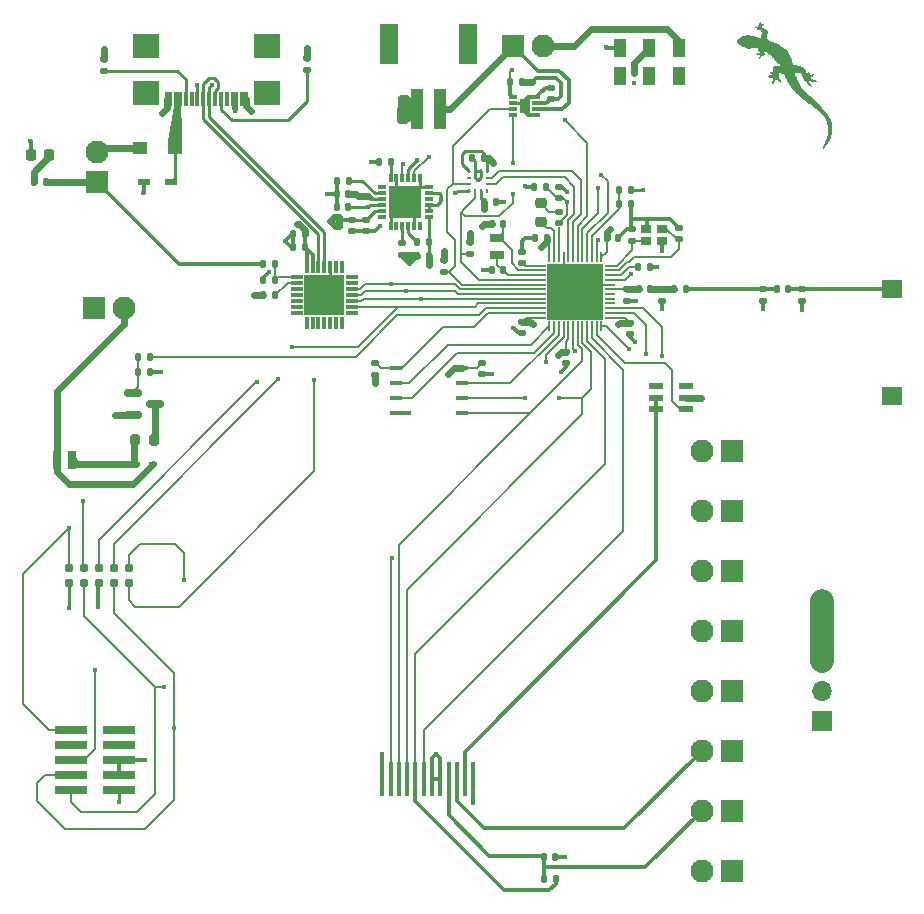
<source format=gbr>
%TF.GenerationSoftware,KiCad,Pcbnew,8.0.3*%
%TF.CreationDate,2024-06-23T22:11:50-05:00*%
%TF.ProjectId,GeckoDevelopmentBoard,4765636b-6f44-4657-9665-6c6f706d656e,rev?*%
%TF.SameCoordinates,Original*%
%TF.FileFunction,Copper,L1,Top*%
%TF.FilePolarity,Positive*%
%FSLAX46Y46*%
G04 Gerber Fmt 4.6, Leading zero omitted, Abs format (unit mm)*
G04 Created by KiCad (PCBNEW 8.0.3) date 2024-06-23 22:11:50*
%MOMM*%
%LPD*%
G01*
G04 APERTURE LIST*
G04 Aperture macros list*
%AMRoundRect*
0 Rectangle with rounded corners*
0 $1 Rounding radius*
0 $2 $3 $4 $5 $6 $7 $8 $9 X,Y pos of 4 corners*
0 Add a 4 corners polygon primitive as box body*
4,1,4,$2,$3,$4,$5,$6,$7,$8,$9,$2,$3,0*
0 Add four circle primitives for the rounded corners*
1,1,$1+$1,$2,$3*
1,1,$1+$1,$4,$5*
1,1,$1+$1,$6,$7*
1,1,$1+$1,$8,$9*
0 Add four rect primitives between the rounded corners*
20,1,$1+$1,$2,$3,$4,$5,0*
20,1,$1+$1,$4,$5,$6,$7,0*
20,1,$1+$1,$6,$7,$8,$9,0*
20,1,$1+$1,$8,$9,$2,$3,0*%
G04 Aperture macros list end*
%TA.AperFunction,EtchedComponent*%
%ADD10C,0.000000*%
%TD*%
%TA.AperFunction,SMDPad,CuDef*%
%ADD11R,1.240000X1.120000*%
%TD*%
%TA.AperFunction,SMDPad,CuDef*%
%ADD12RoundRect,0.200000X-0.200000X-0.275000X0.200000X-0.275000X0.200000X0.275000X-0.200000X0.275000X0*%
%TD*%
%TA.AperFunction,SMDPad,CuDef*%
%ADD13RoundRect,0.140000X-0.170000X0.140000X-0.170000X-0.140000X0.170000X-0.140000X0.170000X0.140000X0*%
%TD*%
%TA.AperFunction,SMDPad,CuDef*%
%ADD14R,0.850000X0.750000*%
%TD*%
%TA.AperFunction,SMDPad,CuDef*%
%ADD15RoundRect,0.150000X-0.587500X-0.150000X0.587500X-0.150000X0.587500X0.150000X-0.587500X0.150000X0*%
%TD*%
%TA.AperFunction,SMDPad,CuDef*%
%ADD16RoundRect,0.218750X-0.218750X-0.256250X0.218750X-0.256250X0.218750X0.256250X-0.218750X0.256250X0*%
%TD*%
%TA.AperFunction,SMDPad,CuDef*%
%ADD17R,0.280000X0.410000*%
%TD*%
%TA.AperFunction,SMDPad,CuDef*%
%ADD18R,0.410000X0.280000*%
%TD*%
%TA.AperFunction,ComponentPad*%
%ADD19R,1.700000X1.700000*%
%TD*%
%TA.AperFunction,ComponentPad*%
%ADD20O,1.700000X1.700000*%
%TD*%
%TA.AperFunction,ComponentPad*%
%ADD21R,1.950000X1.950000*%
%TD*%
%TA.AperFunction,ComponentPad*%
%ADD22C,1.950000*%
%TD*%
%TA.AperFunction,SMDPad,CuDef*%
%ADD23RoundRect,0.140000X0.170000X-0.140000X0.170000X0.140000X-0.170000X0.140000X-0.170000X-0.140000X0*%
%TD*%
%TA.AperFunction,SMDPad,CuDef*%
%ADD24R,0.400000X3.000000*%
%TD*%
%TA.AperFunction,SMDPad,CuDef*%
%ADD25RoundRect,0.140000X0.140000X0.170000X-0.140000X0.170000X-0.140000X-0.170000X0.140000X-0.170000X0*%
%TD*%
%TA.AperFunction,SMDPad,CuDef*%
%ADD26RoundRect,0.135000X-0.185000X0.135000X-0.185000X-0.135000X0.185000X-0.135000X0.185000X0.135000X0*%
%TD*%
%TA.AperFunction,SMDPad,CuDef*%
%ADD27RoundRect,0.135000X-0.135000X-0.185000X0.135000X-0.185000X0.135000X0.185000X-0.135000X0.185000X0*%
%TD*%
%TA.AperFunction,SMDPad,CuDef*%
%ADD28RoundRect,0.218750X0.256250X-0.218750X0.256250X0.218750X-0.256250X0.218750X-0.256250X-0.218750X0*%
%TD*%
%TA.AperFunction,SMDPad,CuDef*%
%ADD29R,0.750000X0.300000*%
%TD*%
%TA.AperFunction,SMDPad,CuDef*%
%ADD30R,0.900000X1.300000*%
%TD*%
%TA.AperFunction,SMDPad,CuDef*%
%ADD31R,1.100000X0.450000*%
%TD*%
%TA.AperFunction,SMDPad,CuDef*%
%ADD32R,0.850000X0.200000*%
%TD*%
%TA.AperFunction,SMDPad,CuDef*%
%ADD33R,0.200000X0.850000*%
%TD*%
%TA.AperFunction,SMDPad,CuDef*%
%ADD34R,4.700000X4.700000*%
%TD*%
%TA.AperFunction,SMDPad,CuDef*%
%ADD35RoundRect,0.135000X0.135000X0.185000X-0.135000X0.185000X-0.135000X-0.185000X0.135000X-0.185000X0*%
%TD*%
%TA.AperFunction,SMDPad,CuDef*%
%ADD36R,0.640000X0.420000*%
%TD*%
%TA.AperFunction,SMDPad,CuDef*%
%ADD37R,0.300000X1.150000*%
%TD*%
%TA.AperFunction,SMDPad,CuDef*%
%ADD38R,2.180000X2.000000*%
%TD*%
%TA.AperFunction,SMDPad,CuDef*%
%ADD39RoundRect,0.140000X-0.140000X-0.170000X0.140000X-0.170000X0.140000X0.170000X-0.140000X0.170000X0*%
%TD*%
%TA.AperFunction,SMDPad,CuDef*%
%ADD40RoundRect,0.147500X-0.147500X-0.172500X0.147500X-0.172500X0.147500X0.172500X-0.147500X0.172500X0*%
%TD*%
%TA.AperFunction,SMDPad,CuDef*%
%ADD41R,1.000000X1.600000*%
%TD*%
%TA.AperFunction,SMDPad,CuDef*%
%ADD42RoundRect,0.135000X0.185000X-0.135000X0.185000X0.135000X-0.185000X0.135000X-0.185000X-0.135000X0*%
%TD*%
%TA.AperFunction,SMDPad,CuDef*%
%ADD43R,2.770000X0.650000*%
%TD*%
%TA.AperFunction,SMDPad,CuDef*%
%ADD44R,0.300000X1.000000*%
%TD*%
%TA.AperFunction,SMDPad,CuDef*%
%ADD45R,1.000000X0.300000*%
%TD*%
%TA.AperFunction,SMDPad,CuDef*%
%ADD46R,3.350000X3.350000*%
%TD*%
%TA.AperFunction,SMDPad,CuDef*%
%ADD47R,1.200000X0.550000*%
%TD*%
%TA.AperFunction,SMDPad,CuDef*%
%ADD48R,1.000000X3.500000*%
%TD*%
%TA.AperFunction,SMDPad,CuDef*%
%ADD49R,1.500000X3.400000*%
%TD*%
%TA.AperFunction,SMDPad,CuDef*%
%ADD50R,0.800000X1.500000*%
%TD*%
%TA.AperFunction,SMDPad,CuDef*%
%ADD51R,1.800000X1.500000*%
%TD*%
%TA.AperFunction,SMDPad,CuDef*%
%ADD52C,0.787000*%
%TD*%
%TA.AperFunction,SMDPad,CuDef*%
%ADD53R,1.300000X0.800000*%
%TD*%
%TA.AperFunction,SMDPad,CuDef*%
%ADD54R,0.800000X0.300000*%
%TD*%
%TA.AperFunction,SMDPad,CuDef*%
%ADD55R,0.300000X0.800000*%
%TD*%
%TA.AperFunction,SMDPad,CuDef*%
%ADD56R,2.800000X2.800000*%
%TD*%
%TA.AperFunction,SMDPad,CuDef*%
%ADD57RoundRect,0.147500X0.147500X0.172500X-0.147500X0.172500X-0.147500X-0.172500X0.147500X-0.172500X0*%
%TD*%
%TA.AperFunction,SMDPad,CuDef*%
%ADD58RoundRect,0.147500X-0.172500X0.147500X-0.172500X-0.147500X0.172500X-0.147500X0.172500X0.147500X0*%
%TD*%
%TA.AperFunction,SMDPad,CuDef*%
%ADD59R,1.075000X0.500000*%
%TD*%
%TA.AperFunction,ViaPad*%
%ADD60C,0.450000*%
%TD*%
%TA.AperFunction,Conductor*%
%ADD61C,0.349300*%
%TD*%
%TA.AperFunction,Conductor*%
%ADD62C,0.590000*%
%TD*%
%TA.AperFunction,Conductor*%
%ADD63C,0.254000*%
%TD*%
%TA.AperFunction,Conductor*%
%ADD64C,0.200000*%
%TD*%
%TA.AperFunction,Conductor*%
%ADD65C,2.000000*%
%TD*%
%TA.AperFunction,Conductor*%
%ADD66C,0.570000*%
%TD*%
%TA.AperFunction,Conductor*%
%ADD67C,0.300000*%
%TD*%
%TA.AperFunction,Conductor*%
%ADD68C,0.317800*%
%TD*%
G04 APERTURE END LIST*
D10*
%TA.AperFunction,EtchedComponent*%
%TO.C,G\u002A\u002A\u002A*%
G36*
X120708716Y-53351228D02*
G01*
X120718472Y-53363481D01*
X120726387Y-53382175D01*
X120730464Y-53405898D01*
X120730842Y-53437446D01*
X120727655Y-53479609D01*
X120725199Y-53501889D01*
X120720303Y-53549464D01*
X120718496Y-53582732D01*
X120719773Y-53602064D01*
X120723138Y-53607786D01*
X120729871Y-53603171D01*
X120743169Y-53590007D01*
X120758143Y-53573431D01*
X120782599Y-53548269D01*
X120811559Y-53522713D01*
X120827824Y-53510193D01*
X120866773Y-53482454D01*
X120933862Y-53502570D01*
X120964033Y-53512612D01*
X120988777Y-53522701D01*
X121004461Y-53531267D01*
X121007749Y-53534459D01*
X121007569Y-53548674D01*
X120993462Y-53567228D01*
X120965772Y-53589803D01*
X120924835Y-53616075D01*
X120918008Y-53620064D01*
X120861766Y-53655641D01*
X120818652Y-53689589D01*
X120788946Y-53721524D01*
X120772930Y-53751053D01*
X120770888Y-53777789D01*
X120783099Y-53801346D01*
X120785017Y-53803410D01*
X120795154Y-53810329D01*
X120816837Y-53822731D01*
X120848098Y-53839578D01*
X120886981Y-53859826D01*
X120931513Y-53882433D01*
X120972424Y-53902767D01*
X121021791Y-53927517D01*
X121068551Y-53951801D01*
X121110407Y-53974357D01*
X121145065Y-53993930D01*
X121170225Y-54009262D01*
X121181597Y-54017318D01*
X121199537Y-54033533D01*
X121215709Y-54052020D01*
X121232647Y-54076153D01*
X121252884Y-54109300D01*
X121260387Y-54122218D01*
X121279924Y-54156850D01*
X121292986Y-54182453D01*
X121301048Y-54202719D01*
X121305594Y-54221338D01*
X121308026Y-54241161D01*
X121306463Y-54298083D01*
X121292703Y-54361013D01*
X121267206Y-54427902D01*
X121265710Y-54431141D01*
X121236625Y-54496341D01*
X121215288Y-54550860D01*
X121201263Y-54596604D01*
X121194128Y-54635472D01*
X121193450Y-54669367D01*
X121198801Y-54700190D01*
X121202380Y-54711648D01*
X121210435Y-54731712D01*
X121220641Y-54749934D01*
X121234497Y-54767577D01*
X121253508Y-54785906D01*
X121279174Y-54806184D01*
X121312995Y-54829674D01*
X121356474Y-54857643D01*
X121411114Y-54891349D01*
X121428449Y-54901886D01*
X121495664Y-54942587D01*
X121551764Y-54976317D01*
X121598428Y-55003946D01*
X121637336Y-55026337D01*
X121670167Y-55044356D01*
X121698602Y-55058867D01*
X121724320Y-55070737D01*
X121749001Y-55080830D01*
X121774323Y-55090016D01*
X121801968Y-55099153D01*
X121826070Y-55106759D01*
X121937827Y-55143648D01*
X122038206Y-55181292D01*
X122130800Y-55221355D01*
X122219210Y-55265502D01*
X122307026Y-55315399D01*
X122390752Y-55368046D01*
X122530237Y-55464645D01*
X122656482Y-55563496D01*
X122771232Y-55666161D01*
X122876230Y-55774201D01*
X122973225Y-55889178D01*
X122973483Y-55889505D01*
X123028037Y-55961404D01*
X123076657Y-56031325D01*
X123120414Y-56101445D01*
X123160383Y-56173948D01*
X123197640Y-56251012D01*
X123233261Y-56334816D01*
X123268319Y-56427542D01*
X123303888Y-56531369D01*
X123329860Y-56612439D01*
X123357790Y-56698910D01*
X123383613Y-56772786D01*
X123408151Y-56836186D01*
X123432232Y-56891225D01*
X123456682Y-56940024D01*
X123460532Y-56947113D01*
X123475484Y-56973918D01*
X123488118Y-56993099D01*
X123501382Y-57006303D01*
X123518219Y-57015169D01*
X123541577Y-57021336D01*
X123574402Y-57026452D01*
X123611222Y-57031109D01*
X123747358Y-57050291D01*
X123869919Y-57072506D01*
X123980102Y-57098148D01*
X124079106Y-57127612D01*
X124168125Y-57161295D01*
X124248353Y-57199585D01*
X124320988Y-57242880D01*
X124377188Y-57283545D01*
X124407764Y-57312472D01*
X124435711Y-57349624D01*
X124461863Y-57396564D01*
X124487046Y-57454848D01*
X124512094Y-57526035D01*
X124520354Y-57552243D01*
X124544516Y-57628029D01*
X124566141Y-57689961D01*
X124585582Y-57738905D01*
X124603182Y-57775731D01*
X124619291Y-57801310D01*
X124620681Y-57803092D01*
X124640603Y-57828112D01*
X124646549Y-57775193D01*
X124653991Y-57728371D01*
X124664681Y-57687764D01*
X124677639Y-57656460D01*
X124689638Y-57639536D01*
X124711136Y-57625783D01*
X124737963Y-57622822D01*
X124765549Y-57627895D01*
X124791765Y-57639955D01*
X124811135Y-57660887D01*
X124823939Y-57691721D01*
X124830456Y-57733489D01*
X124830966Y-57787215D01*
X124826090Y-57850759D01*
X124822961Y-57883465D01*
X124821022Y-57910500D01*
X124820479Y-57928469D01*
X124821066Y-57933884D01*
X124828855Y-57933351D01*
X124846105Y-57921977D01*
X124872330Y-57900153D01*
X124907045Y-57868269D01*
X124930432Y-57845757D01*
X124997547Y-57788130D01*
X125043124Y-57757612D01*
X125100407Y-57723527D01*
X125161941Y-57757296D01*
X125188925Y-57772344D01*
X125210389Y-57784768D01*
X125223303Y-57792787D01*
X125225648Y-57794652D01*
X125227937Y-57805055D01*
X125222906Y-57818719D01*
X125209494Y-57837017D01*
X125186634Y-57861324D01*
X125153272Y-57893024D01*
X125141500Y-57903778D01*
X125078177Y-57964348D01*
X125028452Y-58018804D01*
X124992260Y-58067239D01*
X124969540Y-58109748D01*
X124960230Y-58146423D01*
X124962910Y-58173405D01*
X124966662Y-58181963D01*
X124973588Y-58188855D01*
X124986129Y-58195081D01*
X125006728Y-58201650D01*
X125037830Y-58209566D01*
X125067750Y-58216585D01*
X125138438Y-58233072D01*
X125196547Y-58247316D01*
X125244145Y-58260314D01*
X125283302Y-58273066D01*
X125316088Y-58286569D01*
X125344571Y-58301821D01*
X125370821Y-58319821D01*
X125396907Y-58341564D01*
X125424897Y-58368050D01*
X125456862Y-58400278D01*
X125464162Y-58407753D01*
X125471027Y-58418208D01*
X125468824Y-58427525D01*
X125456299Y-58436406D01*
X125432195Y-58445554D01*
X125395256Y-58455670D01*
X125365940Y-58462603D01*
X125315496Y-58473863D01*
X125276132Y-58481485D01*
X125244329Y-58485287D01*
X125216569Y-58485094D01*
X125189333Y-58480720D01*
X125159104Y-58471989D01*
X125122362Y-58458721D01*
X125096617Y-58448854D01*
X125015368Y-58419663D01*
X124946007Y-58399386D01*
X124888559Y-58388019D01*
X124843051Y-58385565D01*
X124809515Y-58392021D01*
X124787974Y-58407388D01*
X124778460Y-58431663D01*
X124778739Y-58452254D01*
X124783466Y-58470331D01*
X124794181Y-58487108D01*
X124813089Y-58504942D01*
X124842385Y-58526177D01*
X124857028Y-58535840D01*
X124876016Y-58549857D01*
X124889932Y-58565644D01*
X124902917Y-58588389D01*
X124908709Y-58600440D01*
X124921122Y-58630567D01*
X124931339Y-58661674D01*
X124935835Y-58680408D01*
X124939674Y-58699011D01*
X124945065Y-58712822D01*
X124954729Y-58726016D01*
X124971384Y-58742767D01*
X124984315Y-58754827D01*
X125009800Y-58780431D01*
X125023314Y-58799981D01*
X125025506Y-58815536D01*
X125017020Y-58829163D01*
X125009602Y-58835432D01*
X124996155Y-58841313D01*
X124976501Y-58841648D01*
X124947007Y-58836429D01*
X124942508Y-58835402D01*
X124919407Y-58829670D01*
X124899320Y-58823305D01*
X124880874Y-58815068D01*
X124862691Y-58803728D01*
X124843394Y-58788049D01*
X124821608Y-58766790D01*
X124795954Y-58738721D01*
X124765059Y-58702602D01*
X124727542Y-58657201D01*
X124682896Y-58602348D01*
X124649863Y-58562945D01*
X124613243Y-58521403D01*
X124576874Y-58481952D01*
X124544598Y-58448827D01*
X124535877Y-58440363D01*
X124487734Y-58394219D01*
X124448946Y-58356188D01*
X124417798Y-58324264D01*
X124392561Y-58296445D01*
X124371518Y-58270727D01*
X124352944Y-58245105D01*
X124335122Y-58217574D01*
X124316328Y-58186133D01*
X124313896Y-58181951D01*
X124295419Y-58149417D01*
X124280004Y-58120222D01*
X124266272Y-58091162D01*
X124252842Y-58059028D01*
X124238330Y-58020609D01*
X124221357Y-57972698D01*
X124211524Y-57944206D01*
X124192166Y-57889466D01*
X124173413Y-57839517D01*
X124156284Y-57796927D01*
X124141801Y-57764262D01*
X124133559Y-57748285D01*
X124107134Y-57702516D01*
X123985263Y-57712722D01*
X123887065Y-57720344D01*
X123803559Y-57725539D01*
X123734776Y-57728302D01*
X123680752Y-57728636D01*
X123664852Y-57728159D01*
X123639286Y-57727676D01*
X123619787Y-57728425D01*
X123611524Y-57729932D01*
X123608597Y-57733406D01*
X123607531Y-57740787D01*
X123608626Y-57754018D01*
X123612181Y-57775044D01*
X123618497Y-57805809D01*
X123627869Y-57848262D01*
X123633711Y-57874094D01*
X123655662Y-57970749D01*
X123751869Y-58137387D01*
X123790972Y-58206064D01*
X123823702Y-58265859D01*
X123851937Y-58320414D01*
X123877559Y-58373376D01*
X123902449Y-58428389D01*
X123904708Y-58433545D01*
X123941927Y-58513298D01*
X123985713Y-58598149D01*
X124034074Y-58684739D01*
X124085012Y-58769710D01*
X124136535Y-58849701D01*
X124186644Y-58921359D01*
X124221701Y-58967115D01*
X124260298Y-59014752D01*
X124297037Y-59059235D01*
X124332841Y-59101467D01*
X124368626Y-59142356D01*
X124405308Y-59182810D01*
X124443804Y-59223729D01*
X124485033Y-59266027D01*
X124529911Y-59310605D01*
X124579356Y-59358373D01*
X124634285Y-59410233D01*
X124695617Y-59467096D01*
X124764263Y-59529864D01*
X124841149Y-59599448D01*
X124927187Y-59676751D01*
X125023295Y-59762681D01*
X125059989Y-59795414D01*
X125200220Y-59921195D01*
X125329458Y-60038731D01*
X125448596Y-60148938D01*
X125558532Y-60252728D01*
X125660159Y-60351009D01*
X125754372Y-60444693D01*
X125842064Y-60534692D01*
X125924132Y-60621922D01*
X126001471Y-60707287D01*
X126074972Y-60791703D01*
X126145533Y-60876080D01*
X126214049Y-60961331D01*
X126251215Y-61008961D01*
X126273048Y-61037525D01*
X126292663Y-61064048D01*
X126311261Y-61090418D01*
X126330045Y-61118519D01*
X126350215Y-61150244D01*
X126372966Y-61187477D01*
X126399500Y-61232107D01*
X126431020Y-61286022D01*
X126468721Y-61351107D01*
X126468731Y-61351124D01*
X126505495Y-61414880D01*
X126535593Y-61467467D01*
X126559947Y-61510662D01*
X126579480Y-61546240D01*
X126595109Y-61575976D01*
X126607760Y-61601647D01*
X126618351Y-61625028D01*
X126627805Y-61647893D01*
X126637043Y-61672019D01*
X126641458Y-61683990D01*
X126670986Y-61768676D01*
X126694203Y-61845474D01*
X126712237Y-61919358D01*
X126726210Y-61995304D01*
X126737248Y-62078289D01*
X126742858Y-62132747D01*
X126754383Y-62324262D01*
X126752217Y-62510366D01*
X126736295Y-62691926D01*
X126706548Y-62869813D01*
X126677117Y-62993919D01*
X126657129Y-63065722D01*
X126636785Y-63131290D01*
X126615147Y-63192362D01*
X126591271Y-63250687D01*
X126564215Y-63308011D01*
X126533043Y-63366080D01*
X126496807Y-63426637D01*
X126454571Y-63491431D01*
X126405391Y-63562207D01*
X126348330Y-63640708D01*
X126282445Y-63728682D01*
X126277685Y-63734968D01*
X126244072Y-63780496D01*
X126206255Y-63833637D01*
X126167845Y-63889196D01*
X126132454Y-63941980D01*
X126115574Y-63967967D01*
X126088170Y-64010584D01*
X126067104Y-64042524D01*
X126050721Y-64065800D01*
X126037366Y-64082435D01*
X126025387Y-64094447D01*
X126013128Y-64103848D01*
X125998934Y-64112663D01*
X125995167Y-64114850D01*
X125972480Y-64126734D01*
X125954521Y-64133937D01*
X125945756Y-64134970D01*
X125938765Y-64122793D01*
X125937864Y-64097394D01*
X125943004Y-64059236D01*
X125954148Y-64008790D01*
X125959420Y-63988456D01*
X125967437Y-63959511D01*
X125976184Y-63930246D01*
X125986172Y-63899320D01*
X125997917Y-63865386D01*
X126011930Y-63827103D01*
X126028727Y-63783124D01*
X126048823Y-63732107D01*
X126072728Y-63672710D01*
X126100955Y-63603584D01*
X126134023Y-63523392D01*
X126172438Y-63430783D01*
X126173801Y-63427509D01*
X126209043Y-63342598D01*
X126239007Y-63270005D01*
X126264247Y-63208222D01*
X126285321Y-63155748D01*
X126302789Y-63111079D01*
X126317210Y-63072708D01*
X126329140Y-63039135D01*
X126339138Y-63008853D01*
X126347763Y-62980360D01*
X126355572Y-62952152D01*
X126363121Y-62922722D01*
X126366991Y-62907026D01*
X126396031Y-62756531D01*
X126410436Y-62603635D01*
X126410303Y-62448771D01*
X126395731Y-62292381D01*
X126366811Y-62134897D01*
X126323646Y-61976757D01*
X126266329Y-61818398D01*
X126194962Y-61660257D01*
X126109636Y-61502768D01*
X126025113Y-61368102D01*
X125981518Y-61304106D01*
X125942253Y-61249624D01*
X125904397Y-61201028D01*
X125865024Y-61154701D01*
X125821215Y-61107020D01*
X125780015Y-61064459D01*
X125726914Y-61011478D01*
X125673507Y-60960245D01*
X125618686Y-60909889D01*
X125561341Y-60859535D01*
X125500366Y-60808307D01*
X125434651Y-60755336D01*
X125363087Y-60699744D01*
X125284566Y-60640658D01*
X125197982Y-60577205D01*
X125102226Y-60508512D01*
X124996187Y-60433703D01*
X124878757Y-60351906D01*
X124857725Y-60337343D01*
X124779264Y-60282974D01*
X124711555Y-60235845D01*
X124652956Y-60194747D01*
X124601820Y-60158470D01*
X124556502Y-60125808D01*
X124515357Y-60095551D01*
X124476741Y-60066493D01*
X124439010Y-60037419D01*
X124400514Y-60007128D01*
X124359616Y-59974410D01*
X124319100Y-59941655D01*
X124166786Y-59815869D01*
X124026467Y-59695167D01*
X123896669Y-59578037D01*
X123775912Y-59462968D01*
X123662716Y-59348443D01*
X123555606Y-59232952D01*
X123453103Y-59114983D01*
X123353729Y-58993023D01*
X123256005Y-58865561D01*
X123220563Y-58817518D01*
X123169793Y-58744409D01*
X123115452Y-58659571D01*
X123058914Y-58565429D01*
X123001555Y-58464416D01*
X122944752Y-58358968D01*
X122889877Y-58251512D01*
X122838307Y-58144481D01*
X122830948Y-58128626D01*
X122805237Y-58073143D01*
X122779620Y-58018221D01*
X122755315Y-57966445D01*
X122733538Y-57920391D01*
X122715505Y-57882649D01*
X122702434Y-57855799D01*
X122701805Y-57854530D01*
X122665825Y-57782179D01*
X122605146Y-57767416D01*
X122575688Y-57759322D01*
X122536685Y-57747290D01*
X122492601Y-57732760D01*
X122447897Y-57717175D01*
X122434377Y-57712270D01*
X122392569Y-57697258D01*
X122352107Y-57683308D01*
X122316716Y-57671668D01*
X122290125Y-57663581D01*
X122282713Y-57661599D01*
X122258815Y-57656375D01*
X122245573Y-57656004D01*
X122239320Y-57660850D01*
X122237491Y-57666055D01*
X122236462Y-57678499D01*
X122236076Y-57702889D01*
X122236324Y-57736183D01*
X122237197Y-57775337D01*
X122237805Y-57794396D01*
X122239427Y-57845040D01*
X122240099Y-57884493D01*
X122239557Y-57916546D01*
X122237529Y-57944993D01*
X122233743Y-57973631D01*
X122227938Y-58006249D01*
X122220008Y-58045838D01*
X122203469Y-58126599D01*
X122243491Y-58157739D01*
X122271155Y-58177674D01*
X122304737Y-58199637D01*
X122335955Y-58218292D01*
X122359919Y-58232457D01*
X122377958Y-58245975D01*
X122391592Y-58261520D01*
X122402332Y-58281777D01*
X122411700Y-58309426D01*
X122421208Y-58347147D01*
X122429258Y-58383276D01*
X122439894Y-58435397D01*
X122445896Y-58474684D01*
X122446979Y-58502657D01*
X122442861Y-58520840D01*
X122433257Y-58530759D01*
X122417883Y-58533932D01*
X122401453Y-58532672D01*
X122372736Y-58522119D01*
X122339222Y-58498517D01*
X122301778Y-58462714D01*
X122261261Y-58415558D01*
X122218535Y-58357898D01*
X122207251Y-58341411D01*
X122170023Y-58290571D01*
X122135371Y-58253268D01*
X122101770Y-58228607D01*
X122067695Y-58215692D01*
X122031622Y-58213629D01*
X121999493Y-58219405D01*
X121959448Y-58237237D01*
X121925075Y-58266252D01*
X121911921Y-58283345D01*
X121905166Y-58297070D01*
X121895017Y-58321906D01*
X121882693Y-58354685D01*
X121869416Y-58392239D01*
X121865217Y-58404602D01*
X121851268Y-58444073D01*
X121837102Y-58480740D01*
X121824164Y-58511085D01*
X121813894Y-58531579D01*
X121811792Y-58534931D01*
X121777115Y-58577326D01*
X121733982Y-58617438D01*
X121688551Y-58649584D01*
X121686410Y-58650833D01*
X121662505Y-58663684D01*
X121647001Y-58668988D01*
X121636010Y-58667796D01*
X121631794Y-58665609D01*
X121618060Y-58649281D01*
X121615165Y-58623743D01*
X121623081Y-58588455D01*
X121627189Y-58576862D01*
X121635808Y-58545424D01*
X121641211Y-58509029D01*
X121642204Y-58486974D01*
X121642600Y-58452365D01*
X121645724Y-58424655D01*
X121652991Y-58399501D01*
X121665809Y-58372552D01*
X121685594Y-58339465D01*
X121694874Y-58324935D01*
X121722059Y-58278562D01*
X121744290Y-58232290D01*
X121760445Y-58189088D01*
X121769396Y-58151928D01*
X121770319Y-58125747D01*
X121766524Y-58107959D01*
X121758641Y-58099387D01*
X121747613Y-58095577D01*
X121732116Y-58095236D01*
X121706494Y-58098518D01*
X121675019Y-58104777D01*
X121656758Y-58109255D01*
X121622366Y-58117703D01*
X121590083Y-58124610D01*
X121564865Y-58128959D01*
X121556610Y-58129847D01*
X121532612Y-58127145D01*
X121500853Y-58117694D01*
X121464481Y-58103111D01*
X121426651Y-58085021D01*
X121390510Y-58065044D01*
X121359212Y-58044802D01*
X121335905Y-58025916D01*
X121323759Y-58010051D01*
X121321620Y-57998455D01*
X121327387Y-57987484D01*
X121343353Y-57973127D01*
X121346078Y-57970972D01*
X121368567Y-57951218D01*
X121389509Y-57929497D01*
X121394580Y-57923403D01*
X121419120Y-57898355D01*
X121447378Y-57882514D01*
X121481683Y-57875415D01*
X121524347Y-57876589D01*
X121577688Y-57885575D01*
X121580151Y-57886104D01*
X121627879Y-57895215D01*
X121666793Y-57900061D01*
X121695283Y-57900552D01*
X121711738Y-57896597D01*
X121714587Y-57893752D01*
X121715101Y-57886458D01*
X121709262Y-57875947D01*
X121695859Y-57860962D01*
X121673675Y-57840241D01*
X121641501Y-57812525D01*
X121615551Y-57790901D01*
X121573564Y-57755139D01*
X121542500Y-57725897D01*
X121520827Y-57701322D01*
X121507014Y-57679572D01*
X121499525Y-57658795D01*
X121497765Y-57648911D01*
X121498332Y-57619970D01*
X121509109Y-57600607D01*
X121530670Y-57590524D01*
X121563586Y-57589423D01*
X121600624Y-57595262D01*
X121633357Y-57606591D01*
X121661878Y-57626720D01*
X121688608Y-57657787D01*
X121710295Y-57691883D01*
X121723712Y-57712695D01*
X121735571Y-57726942D01*
X121741993Y-57731125D01*
X121752111Y-57726547D01*
X121758036Y-57711562D01*
X121759752Y-57685401D01*
X121757242Y-57647287D01*
X121750491Y-57596454D01*
X121739481Y-57532130D01*
X121737465Y-57521287D01*
X121724429Y-57447147D01*
X121715736Y-57385366D01*
X121711413Y-57333936D01*
X121711489Y-57290847D01*
X121715999Y-57254090D01*
X121724971Y-57221650D01*
X121738432Y-57191524D01*
X121742508Y-57184107D01*
X121769434Y-57147446D01*
X121803356Y-57121700D01*
X121846754Y-57105304D01*
X121875496Y-57099708D01*
X121916577Y-57094736D01*
X121968593Y-57090046D01*
X122027477Y-57085859D01*
X122089157Y-57082401D01*
X122149569Y-57079889D01*
X122204644Y-57078551D01*
X122250312Y-57078609D01*
X122257265Y-57078786D01*
X122290166Y-57079432D01*
X122317458Y-57079303D01*
X122335668Y-57078456D01*
X122341163Y-57077460D01*
X122344729Y-57067420D01*
X122339974Y-57048385D01*
X122328279Y-57022805D01*
X122311029Y-56993120D01*
X122289606Y-56961783D01*
X122265398Y-56931237D01*
X122247103Y-56911191D01*
X122221805Y-56887425D01*
X122189312Y-56859854D01*
X122154963Y-56832920D01*
X122139078Y-56821302D01*
X122080911Y-56776468D01*
X122021724Y-56723572D01*
X121960327Y-56661379D01*
X121895530Y-56588651D01*
X121826145Y-56504152D01*
X121791202Y-56459490D01*
X121738904Y-56393703D01*
X121687757Y-56333873D01*
X121635955Y-56278405D01*
X121581681Y-56225708D01*
X121523127Y-56174187D01*
X121458480Y-56122252D01*
X121385927Y-56068306D01*
X121303656Y-56010755D01*
X121209855Y-55948011D01*
X121208435Y-55947078D01*
X121148395Y-55907861D01*
X121099561Y-55876612D01*
X121060827Y-55852744D01*
X121031075Y-55835663D01*
X121009193Y-55824785D01*
X120994073Y-55819516D01*
X120984597Y-55819269D01*
X120979651Y-55823456D01*
X120978870Y-55825539D01*
X120979563Y-55836584D01*
X120983637Y-55859385D01*
X120990520Y-55891215D01*
X120999637Y-55929360D01*
X121006621Y-55956769D01*
X121020849Y-56012478D01*
X121031077Y-56056051D01*
X121037596Y-56089726D01*
X121040707Y-56115741D01*
X121040693Y-56136333D01*
X121037855Y-56153740D01*
X121034038Y-56166087D01*
X121025245Y-56183525D01*
X121011774Y-56196473D01*
X120991260Y-56205893D01*
X120961330Y-56212742D01*
X120919605Y-56217981D01*
X120901641Y-56219624D01*
X120866419Y-56223154D01*
X120840686Y-56227684D01*
X120818944Y-56234836D01*
X120795687Y-56246244D01*
X120777949Y-56256253D01*
X120744327Y-56277217D01*
X120721734Y-56296611D01*
X120707331Y-56318601D01*
X120698291Y-56347361D01*
X120692452Y-56382064D01*
X120683911Y-56423294D01*
X120670958Y-56460004D01*
X120655044Y-56489235D01*
X120637626Y-56508021D01*
X120628195Y-56512759D01*
X120609214Y-56512570D01*
X120592821Y-56506293D01*
X120576799Y-56499614D01*
X120565910Y-56499941D01*
X120557513Y-56501904D01*
X120553057Y-56495174D01*
X120552656Y-56478721D01*
X120556419Y-56451516D01*
X120564456Y-56412531D01*
X120576881Y-56360733D01*
X120583823Y-56333393D01*
X120596841Y-56282140D01*
X120606210Y-56243247D01*
X120612249Y-56214596D01*
X120615271Y-56194075D01*
X120615594Y-56179570D01*
X120613531Y-56168968D01*
X120609658Y-56160598D01*
X120596112Y-56143275D01*
X120579120Y-56135032D01*
X120556202Y-56135729D01*
X120524882Y-56145227D01*
X120502177Y-56154591D01*
X120472053Y-56166774D01*
X120443774Y-56176530D01*
X120422745Y-56182020D01*
X120420301Y-56182395D01*
X120399294Y-56183605D01*
X120369266Y-56183554D01*
X120334288Y-56182450D01*
X120298433Y-56180514D01*
X120265774Y-56177962D01*
X120240383Y-56175004D01*
X120227112Y-56172180D01*
X120218236Y-56167505D01*
X120215690Y-56160958D01*
X120220554Y-56150768D01*
X120233921Y-56135168D01*
X120256874Y-56112391D01*
X120273745Y-56096384D01*
X120313917Y-56059621D01*
X120346883Y-56032753D01*
X120375516Y-56014561D01*
X120402693Y-56003825D01*
X120431287Y-55999329D01*
X120464176Y-55999854D01*
X120494326Y-56002925D01*
X120535057Y-56005825D01*
X120564071Y-56002554D01*
X120583552Y-55992575D01*
X120594224Y-55978476D01*
X120597356Y-55971085D01*
X120598285Y-55963180D01*
X120596188Y-55952605D01*
X120590252Y-55937195D01*
X120579657Y-55914785D01*
X120563587Y-55883218D01*
X120543892Y-55845435D01*
X120521566Y-55802360D01*
X120505230Y-55769458D01*
X120493699Y-55743728D01*
X120485781Y-55722171D01*
X120480287Y-55701788D01*
X120476029Y-55679580D01*
X120474579Y-55670616D01*
X120469423Y-55641048D01*
X120464237Y-55616613D01*
X120459969Y-55601624D01*
X120459142Y-55599840D01*
X120444508Y-55588246D01*
X120416712Y-55579578D01*
X120377311Y-55573840D01*
X120327860Y-55571034D01*
X120269914Y-55571166D01*
X120205028Y-55574237D01*
X120134760Y-55580258D01*
X120060661Y-55589226D01*
X119999335Y-55598584D01*
X119907706Y-55613691D01*
X119830470Y-55626021D01*
X119767699Y-55635564D01*
X119719472Y-55642309D01*
X119685860Y-55646244D01*
X119673380Y-55647219D01*
X119629486Y-55643338D01*
X119577445Y-55627506D01*
X119517056Y-55599645D01*
X119448128Y-55559678D01*
X119442653Y-55556221D01*
X119394903Y-55526806D01*
X119356734Y-55505719D01*
X119325857Y-55492107D01*
X119299985Y-55485119D01*
X119276829Y-55483906D01*
X119256467Y-55487036D01*
X119230950Y-55489375D01*
X119200110Y-55487210D01*
X119182939Y-55483957D01*
X119143601Y-55468919D01*
X119111328Y-55443980D01*
X119083208Y-55406780D01*
X119079064Y-55399819D01*
X119070783Y-55387705D01*
X119059004Y-55375083D01*
X119041867Y-55360499D01*
X119017513Y-55342494D01*
X118984091Y-55319609D01*
X118939735Y-55290388D01*
X118939174Y-55290023D01*
X118863341Y-55238081D01*
X118801251Y-55189752D01*
X118752316Y-55144221D01*
X118715942Y-55100665D01*
X118691544Y-55058266D01*
X118678528Y-55016206D01*
X118676308Y-54973665D01*
X118683069Y-54934221D01*
X118697954Y-54898071D01*
X118723607Y-54861953D01*
X118760751Y-54825267D01*
X118810108Y-54787420D01*
X118872402Y-54747818D01*
X118948360Y-54705866D01*
X118981287Y-54689015D01*
X119019962Y-54669362D01*
X119047639Y-54654515D01*
X119066860Y-54642823D01*
X119080167Y-54632625D01*
X119090099Y-54622269D01*
X119096494Y-54613914D01*
X119122915Y-54586659D01*
X119156856Y-54564767D01*
X119192714Y-54551436D01*
X119210613Y-54548932D01*
X119233777Y-54550066D01*
X119263854Y-54554200D01*
X119286920Y-54558804D01*
X119306812Y-54563175D01*
X119322798Y-54565192D01*
X119338340Y-54564256D01*
X119356903Y-54559764D01*
X119381945Y-54551113D01*
X119416928Y-54537700D01*
X119423888Y-54534992D01*
X119484771Y-54511906D01*
X119534995Y-54494828D01*
X119577552Y-54483542D01*
X119615432Y-54477821D01*
X119651625Y-54477451D01*
X119689119Y-54482208D01*
X119730906Y-54491868D01*
X119779976Y-54506213D01*
X119786333Y-54508188D01*
X119829266Y-54521055D01*
X119863259Y-54529520D01*
X119893465Y-54534346D01*
X119925027Y-54536294D01*
X119963100Y-54536124D01*
X119973459Y-54535863D01*
X120022222Y-54535814D01*
X120066882Y-54539039D01*
X120110140Y-54546293D01*
X120154693Y-54558335D01*
X120203243Y-54575927D01*
X120258490Y-54599827D01*
X120323134Y-54630795D01*
X120339007Y-54638694D01*
X120384827Y-54661183D01*
X120429625Y-54682394D01*
X120470412Y-54700968D01*
X120504199Y-54715549D01*
X120527996Y-54724776D01*
X120530039Y-54725461D01*
X120580395Y-54741863D01*
X120621701Y-54718016D01*
X120667801Y-54687576D01*
X120703071Y-54656155D01*
X120725860Y-54625322D01*
X120730887Y-54614142D01*
X120736078Y-54595554D01*
X120742475Y-54566336D01*
X120749213Y-54530709D01*
X120754649Y-54498001D01*
X120762543Y-54454174D01*
X120772779Y-54407270D01*
X120783796Y-54364091D01*
X120790566Y-54341470D01*
X120812785Y-54273298D01*
X120711331Y-54129878D01*
X120681917Y-54088734D01*
X120654699Y-54051487D01*
X120631071Y-54019976D01*
X120612427Y-53996043D01*
X120600159Y-53981533D01*
X120596550Y-53978180D01*
X120584550Y-53974465D01*
X120566721Y-53975726D01*
X120541140Y-53982462D01*
X120505874Y-53995168D01*
X120464830Y-54011874D01*
X120422093Y-54029381D01*
X120391796Y-54039995D01*
X120372754Y-54043102D01*
X120363781Y-54038090D01*
X120363690Y-54024343D01*
X120371295Y-54001243D01*
X120384495Y-53970248D01*
X120396017Y-53942892D01*
X120404210Y-53920830D01*
X120407825Y-53907533D01*
X120407716Y-53905446D01*
X120399356Y-53904077D01*
X120380827Y-53905992D01*
X120361197Y-53909710D01*
X120316618Y-53914505D01*
X120279467Y-53908342D01*
X120251079Y-53892239D01*
X120232787Y-53867206D01*
X120225931Y-53834260D01*
X120228299Y-53808766D01*
X120231228Y-53799538D01*
X120237967Y-53793962D01*
X120252237Y-53790413D01*
X120277558Y-53787292D01*
X120311268Y-53784805D01*
X120346815Y-53783899D01*
X120364461Y-53784256D01*
X120388427Y-53784665D01*
X120406211Y-53783660D01*
X120412023Y-53782314D01*
X120416375Y-53773153D01*
X120419848Y-53754272D01*
X120420901Y-53742614D01*
X120430235Y-53695031D01*
X120452373Y-53654675D01*
X120487990Y-53620390D01*
X120493592Y-53616353D01*
X120515382Y-53600148D01*
X120532522Y-53585611D01*
X120540172Y-53577345D01*
X120544546Y-53564600D01*
X120549316Y-53541409D01*
X120553595Y-53512270D01*
X120554407Y-53505265D01*
X120563621Y-53456176D01*
X120580447Y-53417187D01*
X120606977Y-53384445D01*
X120631019Y-53364237D01*
X120661778Y-53346456D01*
X120687936Y-53342118D01*
X120708716Y-53351228D01*
G37*
%TD.AperFunction*%
%TD*%
D11*
%TO.P,D200,1,K*%
%TO.N,Net-(D200-K)*%
X68100000Y-64000000D03*
%TO.P,D200,2,A*%
%TO.N,Net-(D200-A)*%
X71100000Y-64000000D03*
%TD*%
D12*
%TO.P,R101,1*%
%TO.N,Net-(D100-A)*%
X67705000Y-88795000D03*
%TO.P,R101,2*%
%TO.N,Net-(Q100-D)*%
X69355000Y-88795000D03*
%TD*%
D13*
%TO.P,C26,1*%
%TO.N,ANT*%
X109340000Y-76000000D03*
%TO.P,C26,2*%
%TO.N,GND*%
X109340000Y-76960000D03*
%TD*%
D14*
%TO.P,Y2,1,1*%
%TO.N,Net-(U1-XC1)*%
X112325000Y-70875000D03*
%TO.P,Y2,2,2*%
%TO.N,GND*%
X110975000Y-70875000D03*
%TO.P,Y2,3,3*%
%TO.N,Net-(U1-XC2)*%
X110975000Y-71925000D03*
%TO.P,Y2,4,4*%
%TO.N,GND*%
X112325000Y-71925000D03*
%TD*%
D15*
%TO.P,Q100,1,G*%
%TO.N,Net-(Q100-G)*%
X67562500Y-84745000D03*
%TO.P,Q100,2,S*%
%TO.N,GND*%
X67562500Y-86645000D03*
%TO.P,Q100,3,D*%
%TO.N,Net-(Q100-D)*%
X69437500Y-85695000D03*
%TD*%
D16*
%TO.P,D202,1,K*%
%TO.N,GND*%
X58872500Y-64600000D03*
%TO.P,D202,2,A*%
%TO.N,Net-(D202-A)*%
X60447500Y-64600000D03*
%TD*%
D17*
%TO.P,U102,1,SDO/MISO*%
%TO.N,GND*%
X96025000Y-67638330D03*
%TO.P,U102,2,SDX/MOSI*%
%TO.N,SDA*%
X96525000Y-67638330D03*
%TO.P,U102,3,VDDIO*%
%TO.N,Net-(JP103-B)*%
X97025000Y-67638330D03*
%TO.P,U102,4,NC*%
%TO.N,unconnected-(U102-NC-Pad4)*%
X97525000Y-67638330D03*
D18*
%TO.P,U102,5,INT1*%
%TO.N,BMA400_INT1*%
X97590000Y-67073330D03*
%TO.P,U102,6,INT2*%
%TO.N,BMA400_INT2*%
X97590000Y-66573330D03*
D17*
%TO.P,U102,7,VDD*%
%TO.N,Net-(JP103-B)*%
X97525000Y-66008330D03*
%TO.P,U102,8,GNDIO*%
%TO.N,GND*%
X97025000Y-66008330D03*
%TO.P,U102,9,GND*%
X96525000Y-66008330D03*
%TO.P,U102,10,CSB/CS*%
%TO.N,Net-(JP103-B)*%
X96025000Y-66008330D03*
D18*
%TO.P,U102,11,NC*%
%TO.N,unconnected-(U102-NC-Pad11)*%
X95960000Y-66573330D03*
%TO.P,U102,12,SCX/SCK*%
%TO.N,SCL*%
X95960000Y-67073330D03*
%TD*%
D19*
%TO.P,J202,1,Pin_1*%
%TO.N,+3V0*%
X125860000Y-112540000D03*
D20*
%TO.P,J202,2,Pin_2*%
%TO.N,P1.15*%
X125860000Y-110000000D03*
%TO.P,J202,3,Pin_3*%
%TO.N,GND*%
X125860000Y-107460000D03*
%TO.P,J202,4,Pin_4*%
X125860000Y-104920000D03*
%TO.P,J202,5,Pin_5*%
X125860000Y-102380000D03*
%TD*%
D21*
%TO.P,JP104,1,A*%
%TO.N,+3V0*%
X118240000Y-115075000D03*
D22*
%TO.P,JP104,2,B*%
%TO.N,Net-(JP104-B)*%
X115700000Y-115075000D03*
%TD*%
D21*
%TO.P,JP201,1,A*%
%TO.N,+3V0*%
X118240000Y-125235000D03*
D22*
%TO.P,JP201,2,B*%
%TO.N,Net-(IC200-VDD)*%
X115700000Y-125235000D03*
%TD*%
D23*
%TO.P,C12,1*%
%TO.N,Net-(U1-DEC1)*%
X100500000Y-73780000D03*
%TO.P,C12,2*%
%TO.N,GND*%
X100500000Y-72820000D03*
%TD*%
D13*
%TO.P,C201,1*%
%TO.N,VBUS*%
X87300000Y-70120000D03*
%TO.P,C201,2*%
%TO.N,GND*%
X87300000Y-71080000D03*
%TD*%
D24*
%TO.P,U101,1,GND*%
%TO.N,GND*%
X96360000Y-117500000D03*
%TO.P,U101,2,LEDK*%
%TO.N,Net-(U101-LEDK)*%
X95660000Y-117500000D03*
%TO.P,U101,3,LEDA*%
%TO.N,Net-(JP104-B)*%
X94960000Y-117500000D03*
%TO.P,U101,4,VDD*%
%TO.N,Net-(JP102-B)*%
X94260000Y-117500000D03*
%TO.P,U101,5,GND*%
%TO.N,GND*%
X93560000Y-117500000D03*
%TO.P,U101,6,GND*%
X92860000Y-117500000D03*
%TO.P,U101,7,DC*%
%TO.N,LCD_D{slash}C*%
X92160000Y-117500000D03*
%TO.P,U101,8,CS*%
%TO.N,LCD_CS*%
X91460000Y-117500000D03*
%TO.P,U101,9,SCL-SCK*%
%TO.N,SCK*%
X90760000Y-117500000D03*
%TO.P,U101,10,SDA-MOSI*%
%TO.N,MOSI*%
X90060000Y-117500000D03*
%TO.P,U101,11,~{RESET}*%
%TO.N,LCD_RESET*%
X89360000Y-117500000D03*
%TO.P,U101,12,GND*%
%TO.N,GND*%
X88660000Y-117500000D03*
%TD*%
D25*
%TO.P,C205,1*%
%TO.N,Net-(JP203-B)*%
X92580000Y-73200000D03*
%TO.P,C205,2*%
%TO.N,GND*%
X91620000Y-73200000D03*
%TD*%
%TO.P,C103,1*%
%TO.N,Net-(JP103-B)*%
X97230000Y-64900000D03*
%TO.P,C103,2*%
%TO.N,GND*%
X96270000Y-64900000D03*
%TD*%
D26*
%TO.P,R203,1*%
%TO.N,GND*%
X65100000Y-56490000D03*
%TO.P,R203,2*%
%TO.N,Net-(J200-B5{slash}CC2)*%
X65100000Y-57510000D03*
%TD*%
D13*
%TO.P,C30,1*%
%TO.N,Net-(C30-Pad1)*%
X124190000Y-76000000D03*
%TO.P,C30,2*%
%TO.N,GND*%
X124190000Y-76960000D03*
%TD*%
D27*
%TO.P,R201,1*%
%TO.N,VBUS_DETECT*%
X108690000Y-67600000D03*
%TO.P,R201,2*%
%TO.N,VBUS*%
X109710000Y-67600000D03*
%TD*%
D28*
%TO.P,L1,1,1*%
%TO.N,Net-(U1-DCC)*%
X102100000Y-70287500D03*
%TO.P,L1,2,2*%
%TO.N,Net-(L1-Pad2)*%
X102100000Y-68712500D03*
%TD*%
D29*
%TO.P,IC200,1,CTG*%
%TO.N,GND*%
X101700000Y-61250000D03*
%TO.P,IC200,2,CELL*%
%TO.N,VCELL*%
X101700000Y-60750000D03*
%TO.P,IC200,3,VDD*%
%TO.N,Net-(IC200-VDD)*%
X101700000Y-60250000D03*
%TO.P,IC200,4,GND*%
%TO.N,GND*%
X101700000Y-59750000D03*
%TO.P,IC200,5,~{ALRT}*%
%TO.N,FUEL_ALERT*%
X99700000Y-59750000D03*
%TO.P,IC200,6,QSTRT*%
%TO.N,GND*%
X99700000Y-60250000D03*
%TO.P,IC200,7,SCL*%
%TO.N,SCL*%
X99700000Y-60750000D03*
%TO.P,IC200,8,SDA*%
%TO.N,SDA*%
X99700000Y-61250000D03*
D30*
%TO.P,IC200,9,EP*%
%TO.N,GND*%
X100700000Y-60500000D03*
%TD*%
D31*
%TO.P,U100,1,~{CS}*%
%TO.N,EXT_FLASH_CS*%
X89800000Y-82695000D03*
%TO.P,U100,2,SO/MISO*%
%TO.N,MISO*%
X89800000Y-83965000D03*
%TO.P,U100,3,~{WP}*%
%TO.N,~{WP}*%
X89800000Y-85235000D03*
%TO.P,U100,4,GND*%
%TO.N,GND*%
X89800000Y-86505000D03*
%TO.P,U100,5,SI/MOSI*%
%TO.N,MOSI*%
X95400000Y-86505000D03*
%TO.P,U100,6,SCK*%
%TO.N,SCK*%
X95400000Y-85235000D03*
%TO.P,U100,7,~{HOLD}*%
%TO.N,~{HOLD}*%
X95400000Y-83965000D03*
%TO.P,U100,8,VCC*%
%TO.N,Net-(JP101-B)*%
X95400000Y-82695000D03*
%TD*%
D25*
%TO.P,C8,1*%
%TO.N,Net-(U1-P0.01{slash}XL2)*%
X98880000Y-74400000D03*
%TO.P,C8,2*%
%TO.N,GND*%
X97920000Y-74400000D03*
%TD*%
D32*
%TO.P,U1,1,DEC1*%
%TO.N,Net-(U1-DEC1)*%
X102050000Y-74000000D03*
%TO.P,U1,2,P0.00/XL1*%
%TO.N,Net-(U1-P0.00{slash}XL1)*%
X102050000Y-74400000D03*
%TO.P,U1,3,P0.01/XL2*%
%TO.N,Net-(U1-P0.01{slash}XL2)*%
X102050000Y-74800000D03*
%TO.P,U1,4,P0.04/AIN2*%
%TO.N,SDA*%
X102050000Y-75200000D03*
%TO.P,U1,5,P0.05/AIN3*%
%TO.N,SCL*%
X102050000Y-75600000D03*
%TO.P,U1,6,P0.07/TRACECLK*%
%TO.N,USB_TX*%
X102050000Y-76000000D03*
%TO.P,U1,7,P0.08*%
%TO.N,USB_RX*%
X102050000Y-76400000D03*
%TO.P,U1,8,P1.08*%
%TO.N,USB_RTS*%
X102050000Y-76800000D03*
%TO.P,U1,9,P1.09/TRACEDATA3*%
%TO.N,USB_CTS*%
X102050000Y-77200000D03*
%TO.P,U1,10,P0.11/TRACEDATA2*%
%TO.N,BUZZER*%
X102050000Y-77600000D03*
%TO.P,U1,11,P0.12/TRACEDATA1*%
%TO.N,EXT_FLASH_CS*%
X102050000Y-78000000D03*
%TO.P,U1,12,VDD*%
%TO.N,Net-(JP1-B)*%
X102050000Y-78400000D03*
D33*
%TO.P,U1,13,P0.13*%
%TO.N,MISO*%
X102800000Y-79150000D03*
%TO.P,U1,14,P0.14*%
%TO.N,~{WP}*%
X103200000Y-79150000D03*
%TO.P,U1,15,P0.17*%
%TO.N,~{HOLD}*%
X103600000Y-79150000D03*
%TO.P,U1,16,P0.18/~{RESET}*%
%TO.N,~{RESET}*%
X104000000Y-79150000D03*
%TO.P,U1,17,VDD*%
%TO.N,Net-(JP1-B)*%
X104400000Y-79150000D03*
%TO.P,U1,18,P0.19*%
%TO.N,LCD_RESET*%
X104800000Y-79150000D03*
%TO.P,U1,19,P0.20*%
%TO.N,MOSI*%
X105200000Y-79150000D03*
%TO.P,U1,20,P0.21*%
%TO.N,SCK*%
X105600000Y-79150000D03*
%TO.P,U1,21,P0.22*%
%TO.N,LCD_CS*%
X106000000Y-79150000D03*
%TO.P,U1,22,P0.23*%
%TO.N,LCD_D{slash}C*%
X106400000Y-79150000D03*
%TO.P,U1,23,P0.24*%
%TO.N,LCD_PWM*%
X106800000Y-79150000D03*
%TO.P,U1,24,P1.00/TRACEDATA0*%
%TO.N,SWO*%
X107200000Y-79150000D03*
D32*
%TO.P,U1,25,VDD*%
%TO.N,Net-(JP1-B)*%
X107950000Y-78400000D03*
%TO.P,U1,26,SWDIO*%
%TO.N,SWDIO*%
X107950000Y-78000000D03*
%TO.P,U1,27,SWDCLK*%
%TO.N,SWDCLK*%
X107950000Y-77600000D03*
%TO.P,U1,28,NC*%
%TO.N,unconnected-(U1-NC-Pad28)*%
X107950000Y-77200000D03*
%TO.P,U1,29,P0.09/NFC1*%
%TO.N,unconnected-(U1-P0.09{slash}NFC1-Pad29)*%
X107950000Y-76800000D03*
%TO.P,U1,30,P0.10/NFC2*%
%TO.N,unconnected-(U1-P0.10{slash}NFC2-Pad30)*%
X107950000Y-76400000D03*
%TO.P,U1,31,ANT*%
%TO.N,ANT*%
X107950000Y-76000000D03*
%TO.P,U1,32,VSS_PA*%
%TO.N,GND*%
X107950000Y-75600000D03*
%TO.P,U1,33,DEC6*%
%TO.N,Net-(U1-DEC4)*%
X107950000Y-75200000D03*
%TO.P,U1,34,DEC3*%
%TO.N,Net-(U1-DEC3)*%
X107950000Y-74800000D03*
%TO.P,U1,35,XC1*%
%TO.N,Net-(U1-XC1)*%
X107950000Y-74400000D03*
%TO.P,U1,36,XC2*%
%TO.N,Net-(U1-XC2)*%
X107950000Y-74000000D03*
D33*
%TO.P,U1,37,VDD*%
%TO.N,Net-(JP1-B)*%
X107200000Y-73250000D03*
%TO.P,U1,38,P1.15*%
%TO.N,P1.15*%
X106800000Y-73250000D03*
%TO.P,U1,39,P0.03/AIN1*%
%TO.N,VBUS_DETECT*%
X106400000Y-73250000D03*
%TO.P,U1,40,P0.02/AIN0*%
%TO.N,Charge Error*%
X106000000Y-73250000D03*
%TO.P,U1,41,P0.28/AIN4*%
%TO.N,Charging*%
X105600000Y-73250000D03*
%TO.P,U1,42,P0.29/AIN5*%
%TO.N,FUEL_ALERT*%
X105200000Y-73250000D03*
%TO.P,U1,43,P0.30/AIN6*%
%TO.N,BMA400_INT2*%
X104800000Y-73250000D03*
%TO.P,U1,44,P0.31/AIN7*%
%TO.N,BMA400_INT1*%
X104400000Y-73250000D03*
%TO.P,U1,45,VSS*%
%TO.N,GND*%
X104000000Y-73250000D03*
%TO.P,U1,46,DEC4*%
%TO.N,Net-(U1-DEC4)*%
X103600000Y-73250000D03*
%TO.P,U1,47,DCC*%
%TO.N,Net-(U1-DCC)*%
X103200000Y-73250000D03*
%TO.P,U1,48,VDD*%
%TO.N,Net-(JP1-B)*%
X102800000Y-73250000D03*
D34*
%TO.P,U1,49,VSS*%
%TO.N,GND*%
X105000000Y-76200000D03*
%TD*%
D27*
%TO.P,R14,1*%
%TO.N,VBUS*%
X78590000Y-73900000D03*
%TO.P,R14,2*%
%TO.N,Net-(IC1-VBUS)*%
X79610000Y-73900000D03*
%TD*%
D35*
%TO.P,R204,1*%
%TO.N,GND*%
X109710000Y-68800000D03*
%TO.P,R204,2*%
%TO.N,VBUS_DETECT*%
X108690000Y-68800000D03*
%TD*%
D36*
%TO.P,D100,1,K*%
%TO.N,Net-(D100-K)*%
X69270000Y-90795000D03*
%TO.P,D100,2,A*%
%TO.N,Net-(D100-A)*%
X67770000Y-90795000D03*
%TD*%
D35*
%TO.P,R102,1*%
%TO.N,BUZZER*%
X69020000Y-81695000D03*
%TO.P,R102,2*%
%TO.N,Net-(Q100-G)*%
X68000000Y-81695000D03*
%TD*%
D37*
%TO.P,J200,A1,A1/GND*%
%TO.N,GND*%
X77100000Y-59928000D03*
%TO.P,J200,A4,A4/VBUS*%
%TO.N,Net-(D200-A)*%
X76300000Y-59928000D03*
%TO.P,J200,A5,A5/CC1*%
%TO.N,Net-(J200-A5{slash}CC1)*%
X75000000Y-59928000D03*
%TO.P,J200,A6,A6/D+1*%
%TO.N,D+*%
X74000000Y-59928000D03*
%TO.P,J200,A7,A7/D-1*%
%TO.N,D-*%
X73500000Y-59928000D03*
%TO.P,J200,A8,A8/SBU1*%
%TO.N,unconnected-(J200-A8{slash}SBU1-PadA8)*%
X72500000Y-59928000D03*
%TO.P,J200,A9,A9/VBUS*%
%TO.N,Net-(D200-A)*%
X71200000Y-59928000D03*
%TO.P,J200,A12,A12/GND*%
%TO.N,GND*%
X70400000Y-59928000D03*
%TO.P,J200,B1,B1/GND*%
X70700000Y-59928000D03*
%TO.P,J200,B4,B4/VBUS*%
%TO.N,Net-(D200-A)*%
X71500000Y-59928000D03*
%TO.P,J200,B5,B5/CC2*%
%TO.N,Net-(J200-B5{slash}CC2)*%
X72000000Y-59928000D03*
%TO.P,J200,B6,B6/D+2*%
%TO.N,D+*%
X73000000Y-59928000D03*
%TO.P,J200,B7,B7/D-2*%
%TO.N,D-*%
X74500000Y-59928000D03*
%TO.P,J200,B8,B8/SBU2*%
%TO.N,unconnected-(J200-B8{slash}SBU2-PadB8)*%
X75500000Y-59928000D03*
%TO.P,J200,B9,B9/VBUS*%
%TO.N,Net-(D200-A)*%
X76000000Y-59928000D03*
%TO.P,J200,B12,B12/GND*%
%TO.N,GND*%
X76800000Y-59928000D03*
D38*
%TO.P,J200,MP1,MP1*%
%TO.N,unconnected-(J200-PadMP1)*%
X78860000Y-55423000D03*
%TO.P,J200,MP2,MP2*%
%TO.N,unconnected-(J200-PadMP2)*%
X68640000Y-55423000D03*
%TO.P,J200,MP3,MP3*%
%TO.N,unconnected-(J200-PadMP3)*%
X78860000Y-59353000D03*
%TO.P,J200,MP4,MP4*%
%TO.N,unconnected-(J200-PadMP4)*%
X68640000Y-59353000D03*
%TD*%
D21*
%TO.P,JP202,1,A*%
%TO.N,VCELL*%
X99730000Y-55400000D03*
D22*
%TO.P,JP202,2,B*%
%TO.N,Net-(JP202-B)*%
X102270000Y-55400000D03*
%TD*%
D39*
%TO.P,C102,1*%
%TO.N,Net-(JP103-B)*%
X97295000Y-68650000D03*
%TO.P,C102,2*%
%TO.N,GND*%
X98255000Y-68650000D03*
%TD*%
D40*
%TO.P,L6,1,1*%
%TO.N,Net-(C29-Pad1)*%
X122065000Y-76000000D03*
%TO.P,L6,2,2*%
%TO.N,Net-(C30-Pad1)*%
X123035000Y-76000000D03*
%TD*%
D25*
%TO.P,C6,1*%
%TO.N,Net-(IC1-VDD)*%
X82080000Y-71300000D03*
%TO.P,C6,2*%
%TO.N,GND*%
X81120000Y-71300000D03*
%TD*%
D41*
%TO.P,SW200,1,A*%
%TO.N,GND*%
X108750000Y-55550000D03*
%TO.P,SW200,1.1*%
%TO.N,N/C*%
X108750000Y-57950000D03*
%TO.P,SW200,2,B*%
%TO.N,Net-(SW200-B)*%
X111250000Y-55550000D03*
%TO.P,SW200,2.1*%
%TO.N,N/C*%
X111250000Y-57950000D03*
%TO.P,SW200,3,C*%
%TO.N,Net-(JP202-B)*%
X113750000Y-55550000D03*
%TO.P,SW200,3.1*%
%TO.N,N/C*%
X113750000Y-57950000D03*
%TD*%
D42*
%TO.P,R10,1*%
%TO.N,SCL*%
X93900000Y-74510000D03*
%TO.P,R10,2*%
%TO.N,Net-(JP1-B)*%
X93900000Y-73490000D03*
%TD*%
D13*
%TO.P,C5,1*%
%TO.N,Net-(JP1-B)*%
X100500000Y-78740000D03*
%TO.P,C5,2*%
%TO.N,GND*%
X100500000Y-79700000D03*
%TD*%
%TO.P,C27,1*%
%TO.N,Net-(C27-Pad1)*%
X112340000Y-76000000D03*
%TO.P,C27,2*%
%TO.N,GND*%
X112340000Y-76960000D03*
%TD*%
D35*
%TO.P,R103,1*%
%TO.N,GND*%
X69020000Y-82995000D03*
%TO.P,R103,2*%
%TO.N,Net-(Q100-G)*%
X68000000Y-82995000D03*
%TD*%
%TO.P,R207,1*%
%TO.N,Net-(U200-ICHG)*%
X89410000Y-65200000D03*
%TO.P,R207,2*%
%TO.N,GND*%
X88390000Y-65200000D03*
%TD*%
D42*
%TO.P,R100,1*%
%TO.N,Net-(JP101-B)*%
X88030000Y-83225000D03*
%TO.P,R100,2*%
%TO.N,EXT_FLASH_CS*%
X88030000Y-82205000D03*
%TD*%
D35*
%TO.P,R206,1*%
%TO.N,Net-(U200-NTC)*%
X85810000Y-66800000D03*
%TO.P,R206,2*%
%TO.N,GND*%
X84790000Y-66800000D03*
%TD*%
D27*
%TO.P,R104,1*%
%TO.N,Net-(JP102-B)*%
X102340000Y-125925000D03*
%TO.P,R104,2*%
%TO.N,LCD_CS*%
X103360000Y-125925000D03*
%TD*%
D35*
%TO.P,R200,1*%
%TO.N,VBUS*%
X60180000Y-66940000D03*
%TO.P,R200,2*%
%TO.N,Net-(D202-A)*%
X59160000Y-66940000D03*
%TD*%
D25*
%TO.P,C11,1*%
%TO.N,Net-(U1-DEC4)*%
X102480000Y-67300000D03*
%TO.P,C11,2*%
%TO.N,GND*%
X101520000Y-67300000D03*
%TD*%
D39*
%TO.P,C9,1*%
%TO.N,GND*%
X97920000Y-70450000D03*
%TO.P,C9,2*%
%TO.N,Net-(U1-P0.00{slash}XL1)*%
X98880000Y-70450000D03*
%TD*%
%TO.P,C2,1*%
%TO.N,Net-(JP1-B)*%
X107645000Y-71700000D03*
%TO.P,C2,2*%
%TO.N,GND*%
X108605000Y-71700000D03*
%TD*%
D13*
%TO.P,C206,1*%
%TO.N,Net-(U200-DEC)*%
X90300000Y-72120000D03*
%TO.P,C206,2*%
%TO.N,GND*%
X90300000Y-73080000D03*
%TD*%
D27*
%TO.P,R11,1*%
%TO.N,Net-(IC1-VDD)*%
X78590000Y-76500000D03*
%TO.P,R11,2*%
%TO.N,Net-(IC1-RSTB)*%
X79610000Y-76500000D03*
%TD*%
D40*
%TO.P,L4,1,1*%
%TO.N,ANT*%
X110355000Y-76000000D03*
%TO.P,L4,2,2*%
%TO.N,Net-(C27-Pad1)*%
X111325000Y-76000000D03*
%TD*%
D13*
%TO.P,C100,1*%
%TO.N,Net-(JP101-B)*%
X97130000Y-82235000D03*
%TO.P,C100,2*%
%TO.N,GND*%
X97130000Y-83195000D03*
%TD*%
D21*
%TO.P,JP1,1,A*%
%TO.N,+3V0*%
X118240000Y-89675000D03*
D22*
%TO.P,JP1,2,B*%
%TO.N,Net-(JP1-B)*%
X115700000Y-89675000D03*
%TD*%
D25*
%TO.P,C204,1*%
%TO.N,Net-(SW200-B)*%
X85780000Y-67900000D03*
%TO.P,C204,2*%
%TO.N,GND*%
X84820000Y-67900000D03*
%TD*%
D35*
%TO.P,R15,1*%
%TO.N,Net-(IC1-VBUS)*%
X79610000Y-75200000D03*
%TO.P,R15,2*%
%TO.N,GND*%
X78590000Y-75200000D03*
%TD*%
D43*
%TO.P,J4,1,Pin_1*%
%TO.N,+3V0*%
X66350000Y-118380000D03*
%TO.P,J4,2,Pin_2*%
%TO.N,SWDIO*%
X62310000Y-118380000D03*
%TO.P,J4,3,Pin_3*%
%TO.N,GND*%
X66350000Y-117110000D03*
%TO.P,J4,4,Pin_4*%
%TO.N,SWDCLK*%
X62310000Y-117110000D03*
%TO.P,J4,5,Pin_5*%
%TO.N,GND*%
X66350000Y-115840000D03*
%TO.P,J4,6,Pin_6*%
%TO.N,SWO*%
X62310000Y-115840000D03*
%TO.P,J4,7,Pin_7*%
%TO.N,unconnected-(J4-Pin_7-Pad7)*%
X66350000Y-114570000D03*
%TO.P,J4,8,Pin_8*%
%TO.N,unconnected-(J4-Pin_8-Pad8)*%
X62310000Y-114570000D03*
%TO.P,J4,9,Pin_9*%
%TO.N,unconnected-(J4-Pin_9-Pad9)*%
X66350000Y-113300000D03*
%TO.P,J4,10,Pin_10*%
%TO.N,~{RESET}*%
X62310000Y-113300000D03*
%TD*%
D44*
%TO.P,IC1,1,DCD*%
%TO.N,unconnected-(IC1-DCD-Pad1)*%
X85250000Y-74130000D03*
%TO.P,IC1,2,RI/CLK*%
%TO.N,unconnected-(IC1-RI{slash}CLK-Pad2)*%
X84750000Y-74130000D03*
%TO.P,IC1,3,GND*%
%TO.N,GND*%
X84250000Y-74130000D03*
%TO.P,IC1,4,D+*%
%TO.N,D+*%
X83750000Y-74130000D03*
%TO.P,IC1,5,D-*%
%TO.N,D-*%
X83250000Y-74130000D03*
%TO.P,IC1,6,VDD*%
%TO.N,Net-(IC1-VDD)*%
X82750000Y-74130000D03*
%TO.P,IC1,7,VREGIN*%
X82250000Y-74130000D03*
D45*
%TO.P,IC1,8,VBUS*%
%TO.N,Net-(IC1-VBUS)*%
X81400000Y-74980000D03*
%TO.P,IC1,9,RSTB*%
%TO.N,Net-(IC1-RSTB)*%
X81400000Y-75480000D03*
%TO.P,IC1,10,NC*%
%TO.N,unconnected-(IC1-NC-Pad10)*%
X81400000Y-75980000D03*
%TO.P,IC1,11,SUSPENDB*%
%TO.N,unconnected-(IC1-SUSPENDB-Pad11)*%
X81400000Y-76480000D03*
%TO.P,IC1,12,SUSPEND*%
%TO.N,unconnected-(IC1-SUSPEND-Pad12)*%
X81400000Y-76980000D03*
%TO.P,IC1,13,CHREN*%
%TO.N,unconnected-(IC1-CHREN-Pad13)*%
X81400000Y-77480000D03*
%TO.P,IC1,14,CHR1*%
%TO.N,unconnected-(IC1-CHR1-Pad14)*%
X81400000Y-77980000D03*
D44*
%TO.P,IC1,15,CHR0*%
%TO.N,unconnected-(IC1-CHR0-Pad15)*%
X82250000Y-78830000D03*
%TO.P,IC1,16,GPIO.3/WAKEUP*%
%TO.N,unconnected-(IC1-GPIO.3{slash}WAKEUP-Pad16)*%
X82750000Y-78830000D03*
%TO.P,IC1,17,GPIO.2/RS485*%
%TO.N,unconnected-(IC1-GPIO.2{slash}RS485-Pad17)*%
X83250000Y-78830000D03*
%TO.P,IC1,18,GPIO.1/RXT*%
%TO.N,unconnected-(IC1-GPIO.1{slash}RXT-Pad18)*%
X83750000Y-78830000D03*
%TO.P,IC1,19,GPIO.0/TXT*%
%TO.N,unconnected-(IC1-GPIO.0{slash}TXT-Pad19)*%
X84250000Y-78830000D03*
%TO.P,IC1,20,GPIO.6*%
%TO.N,unconnected-(IC1-GPIO.6-Pad20)*%
X84750000Y-78830000D03*
%TO.P,IC1,21,GPIO.5*%
%TO.N,unconnected-(IC1-GPIO.5-Pad21)*%
X85250000Y-78830000D03*
D45*
%TO.P,IC1,22,GPIO.4*%
%TO.N,unconnected-(IC1-GPIO.4-Pad22)*%
X86100000Y-77980000D03*
%TO.P,IC1,23,CTS*%
%TO.N,USB_CTS*%
X86100000Y-77480000D03*
%TO.P,IC1,24,RTS*%
%TO.N,USB_RTS*%
X86100000Y-76980000D03*
%TO.P,IC1,25,RXD*%
%TO.N,USB_RX*%
X86100000Y-76480000D03*
%TO.P,IC1,26,TXD*%
%TO.N,USB_TX*%
X86100000Y-75980000D03*
%TO.P,IC1,27,DSR*%
%TO.N,unconnected-(IC1-DSR-Pad27)*%
X86100000Y-75480000D03*
%TO.P,IC1,28,DTR*%
%TO.N,unconnected-(IC1-DTR-Pad28)*%
X86100000Y-74980000D03*
D46*
%TO.P,IC1,29,BGND*%
%TO.N,GND*%
X83750000Y-76480000D03*
%TD*%
D23*
%TO.P,C10,1*%
%TO.N,Net-(U1-DEC4)*%
X103600000Y-68280000D03*
%TO.P,C10,2*%
%TO.N,GND*%
X103600000Y-67320000D03*
%TD*%
%TO.P,C25,1*%
%TO.N,Net-(U1-XC1)*%
X113800000Y-71780000D03*
%TO.P,C25,2*%
%TO.N,GND*%
X113800000Y-70820000D03*
%TD*%
D47*
%TO.P,U103,1,EN*%
%TO.N,LCD_PWM*%
X114350000Y-86125000D03*
%TO.P,U103,2,GND*%
%TO.N,GND*%
X114350000Y-85175000D03*
%TO.P,U103,3,LED4*%
%TO.N,unconnected-(U103-LED4-Pad3)*%
X114350000Y-84225000D03*
%TO.P,U103,4,LED3*%
%TO.N,unconnected-(U103-LED3-Pad4)*%
X111850000Y-84225000D03*
%TO.P,U103,5,LED2*%
%TO.N,Net-(U101-LEDK)*%
X111850000Y-85175000D03*
%TO.P,U103,6,LED1*%
X111850000Y-86125000D03*
%TD*%
D40*
%TO.P,L5,1,1*%
%TO.N,Net-(C27-Pad1)*%
X113355000Y-76000000D03*
%TO.P,L5,2,2*%
%TO.N,Net-(C29-Pad1)*%
X114325000Y-76000000D03*
%TD*%
D27*
%TO.P,R205,1*%
%TO.N,FUEL_ALERT*%
X99490000Y-58450000D03*
%TO.P,R205,2*%
%TO.N,Net-(IC200-VDD)*%
X100510000Y-58450000D03*
%TD*%
D25*
%TO.P,C203,1*%
%TO.N,/Power/VSYS*%
X85780000Y-69000000D03*
%TO.P,C203,2*%
%TO.N,GND*%
X84820000Y-69000000D03*
%TD*%
D13*
%TO.P,C200,1*%
%TO.N,VBUS*%
X86100000Y-70120000D03*
%TO.P,C200,2*%
%TO.N,GND*%
X86100000Y-71080000D03*
%TD*%
D48*
%TO.P,J201,1,+*%
%TO.N,VCELL*%
X93550000Y-60750000D03*
%TO.P,J201,2,-*%
%TO.N,GND*%
X91550000Y-60750000D03*
D49*
%TO.P,J201,3*%
%TO.N,N/C*%
X95900000Y-55200000D03*
%TO.P,J201,4*%
X89200000Y-55200000D03*
%TD*%
D21*
%TO.P,JP10,1,A*%
%TO.N,+3V0*%
X118240000Y-109995000D03*
D22*
%TO.P,JP10,2,B*%
%TO.N,Net-(IC1-VDD)*%
X115700000Y-109995000D03*
%TD*%
D50*
%TO.P,M100,1,+*%
%TO.N,Net-(D100-K)*%
X61120000Y-90445000D03*
%TO.P,M100,2,-*%
%TO.N,Net-(D100-A)*%
X62420000Y-90445000D03*
%TD*%
D21*
%TO.P,JP102,1,A*%
%TO.N,+3V0*%
X118240000Y-120155000D03*
D22*
%TO.P,JP102,2,B*%
%TO.N,Net-(JP102-B)*%
X115700000Y-120155000D03*
%TD*%
D51*
%TO.P,E200,1*%
%TO.N,Net-(C30-Pad1)*%
X131790000Y-76000000D03*
%TO.P,E200,2*%
%TO.N,N/C*%
X131790000Y-85000000D03*
%TD*%
D21*
%TO.P,JP203,1,A*%
%TO.N,+3V0*%
X118240000Y-99835000D03*
D22*
%TO.P,JP203,2,B*%
%TO.N,Net-(JP203-B)*%
X115700000Y-99835000D03*
%TD*%
D39*
%TO.P,C13,1*%
%TO.N,Net-(U1-DEC3)*%
X110320000Y-74100000D03*
%TO.P,C13,2*%
%TO.N,GND*%
X111280000Y-74100000D03*
%TD*%
D52*
%TO.P,J3,1,Pin_1*%
%TO.N,+3V0*%
X62090000Y-100845000D03*
%TO.P,J3,2,Pin_2*%
%TO.N,SWDIO*%
X63360000Y-100845000D03*
%TO.P,J3,3,Pin_3*%
%TO.N,GND*%
X64630000Y-100845000D03*
%TO.P,J3,4,Pin_4*%
%TO.N,SWDCLK*%
X65900000Y-100845000D03*
%TO.P,J3,5,Pin_5*%
%TO.N,USB_RTS*%
X67170000Y-100845000D03*
%TO.P,J3,6,Pin_6*%
%TO.N,SWO*%
X67170000Y-99575000D03*
%TO.P,J3,7,Pin_7*%
%TO.N,USB_RX*%
X65900000Y-99575000D03*
%TO.P,J3,8,Pin_8*%
%TO.N,USB_CTS*%
X64630000Y-99575000D03*
%TO.P,J3,9,Pin_9*%
%TO.N,USB_TX*%
X63360000Y-99575000D03*
%TO.P,J3,10,Pin_10*%
%TO.N,~{RESET}*%
X62090000Y-99575000D03*
%TD*%
D53*
%TO.P,Y1,1,1*%
%TO.N,Net-(U1-P0.00{slash}XL1)*%
X98400000Y-71700000D03*
%TO.P,Y1,2,2*%
%TO.N,Net-(U1-P0.01{slash}XL2)*%
X98400000Y-73100000D03*
%TD*%
D21*
%TO.P,JP100,1,A*%
%TO.N,+3V0*%
X64250000Y-77595000D03*
D22*
%TO.P,JP100,2,B*%
%TO.N,Net-(D100-K)*%
X66790000Y-77595000D03*
%TD*%
D42*
%TO.P,R9,1*%
%TO.N,SDA*%
X96100000Y-73010000D03*
%TO.P,R9,2*%
%TO.N,Net-(JP1-B)*%
X96100000Y-71990000D03*
%TD*%
D21*
%TO.P,JP200,1,A*%
%TO.N,VBUS*%
X64470000Y-66940000D03*
D22*
%TO.P,JP200,2,B*%
%TO.N,Net-(D200-K)*%
X64470000Y-64400000D03*
%TD*%
D23*
%TO.P,C202,1*%
%TO.N,Net-(IC200-VDD)*%
X102900000Y-59880000D03*
%TO.P,C202,2*%
%TO.N,GND*%
X102900000Y-58920000D03*
%TD*%
D13*
%TO.P,C29,1*%
%TO.N,Net-(C29-Pad1)*%
X120920000Y-76000000D03*
%TO.P,C29,2*%
%TO.N,GND*%
X120920000Y-76960000D03*
%TD*%
D25*
%TO.P,C7,1*%
%TO.N,Net-(IC1-VDD)*%
X82080000Y-72400000D03*
%TO.P,C7,2*%
%TO.N,GND*%
X81120000Y-72400000D03*
%TD*%
D26*
%TO.P,R202,1*%
%TO.N,GND*%
X82300000Y-56390000D03*
%TO.P,R202,2*%
%TO.N,Net-(J200-A5{slash}CC1)*%
X82300000Y-57410000D03*
%TD*%
D13*
%TO.P,C4,1*%
%TO.N,Net-(JP1-B)*%
X104175000Y-81320000D03*
%TO.P,C4,2*%
%TO.N,GND*%
X104175000Y-82280000D03*
%TD*%
D54*
%TO.P,U200,1,VOUTB*%
%TO.N,Net-(JP203-B)*%
X92600000Y-69850000D03*
%TO.P,U200,2,VOUT_BSET1*%
%TO.N,/Power/VSYS*%
X92600000Y-69350000D03*
%TO.P,U200,3,VOUT_BSET2*%
X92600000Y-68850000D03*
%TO.P,U200,4,NC*%
%TO.N,unconnected-(U200-NC-Pad4)*%
X92600000Y-68350000D03*
%TO.P,U200,5,ISET*%
%TO.N,/Power/VSYS*%
X92600000Y-67850000D03*
%TO.P,U200,6,SHPACT*%
%TO.N,GND*%
X92600000Y-67350000D03*
D55*
%TO.P,U200,7,MODE*%
X91850000Y-66600000D03*
%TO.P,U200,8,CHG*%
%TO.N,Charging*%
X91350000Y-66600000D03*
%TO.P,U200,9,VTERM_SET*%
%TO.N,/Power/VSYS*%
X90850000Y-66600000D03*
%TO.P,U200,10,ERR*%
%TO.N,Charge Error*%
X90350000Y-66600000D03*
%TO.P,U200,11,SHPHLD*%
%TO.N,GND*%
X89850000Y-66600000D03*
%TO.P,U200,12,ICHG*%
%TO.N,Net-(U200-ICHG)*%
X89350000Y-66600000D03*
D54*
%TO.P,U200,13,NC*%
%TO.N,unconnected-(U200-NC-Pad13)*%
X88600000Y-67350000D03*
%TO.P,U200,14,NTC*%
%TO.N,Net-(U200-NTC)*%
X88600000Y-67850000D03*
%TO.P,U200,15,VBAT*%
%TO.N,Net-(SW200-B)*%
X88600000Y-68350000D03*
%TO.P,U200,16,VSYS*%
%TO.N,/Power/VSYS*%
X88600000Y-68850000D03*
%TO.P,U200,17,VBUS*%
%TO.N,VBUS*%
X88600000Y-69350000D03*
%TO.P,U200,18,NC*%
%TO.N,unconnected-(U200-NC-Pad18)*%
X88600000Y-69850000D03*
D55*
%TO.P,U200,19,D-*%
%TO.N,GND*%
X89350000Y-70600000D03*
%TO.P,U200,20,D+*%
%TO.N,unconnected-(U200-D+-Pad20)*%
X89850000Y-70600000D03*
%TO.P,U200,21,DEC*%
%TO.N,Net-(U200-DEC)*%
X90350000Y-70600000D03*
%TO.P,U200,22,SW*%
%TO.N,Net-(U200-SW)*%
X90850000Y-70600000D03*
%TO.P,U200,23,PVSS*%
%TO.N,GND*%
X91350000Y-70600000D03*
%TO.P,U200,24,NC*%
%TO.N,unconnected-(U200-NC-Pad24)*%
X91850000Y-70600000D03*
D56*
%TO.P,U200,25,Die*%
%TO.N,GND*%
X90600000Y-68600000D03*
%TD*%
D57*
%TO.P,L200,1,1*%
%TO.N,Net-(JP203-B)*%
X92585000Y-72000000D03*
%TO.P,L200,2,2*%
%TO.N,Net-(U200-SW)*%
X91615000Y-72000000D03*
%TD*%
D58*
%TO.P,L2,1,1*%
%TO.N,Net-(L1-Pad2)*%
X103600000Y-69415000D03*
%TO.P,L2,2,2*%
%TO.N,Net-(U1-DEC4)*%
X103600000Y-70385000D03*
%TD*%
D23*
%TO.P,C21,1*%
%TO.N,Net-(U1-XC2)*%
X109800000Y-71880000D03*
%TO.P,C21,2*%
%TO.N,GND*%
X109800000Y-70920000D03*
%TD*%
D25*
%TO.P,C1,1*%
%TO.N,Net-(JP1-B)*%
X102560000Y-71700000D03*
%TO.P,C1,2*%
%TO.N,GND*%
X101600000Y-71700000D03*
%TD*%
D21*
%TO.P,JP101,1,A*%
%TO.N,+3V0*%
X118240000Y-104915000D03*
D22*
%TO.P,JP101,2,B*%
%TO.N,Net-(JP101-B)*%
X115700000Y-104915000D03*
%TD*%
D21*
%TO.P,JP103,1,A*%
%TO.N,+3V0*%
X118240000Y-94755000D03*
D22*
%TO.P,JP103,2,B*%
%TO.N,Net-(JP103-B)*%
X115700000Y-94755000D03*
%TD*%
D13*
%TO.P,C3,1*%
%TO.N,Net-(JP1-B)*%
X109600000Y-78820000D03*
%TO.P,C3,2*%
%TO.N,GND*%
X109600000Y-79780000D03*
%TD*%
D39*
%TO.P,C101,1*%
%TO.N,Net-(JP102-B)*%
X102320000Y-124025000D03*
%TO.P,C101,2*%
%TO.N,GND*%
X103280000Y-124025000D03*
%TD*%
D59*
%TO.P,D201,1,A1*%
%TO.N,GND*%
X68438000Y-66900000D03*
%TO.P,D201,2,A2*%
%TO.N,Net-(D200-A)*%
X70762000Y-66900000D03*
%TD*%
D60*
%TO.N,GND*%
X120925000Y-77700000D03*
X103750000Y-77450000D03*
X98975000Y-68625000D03*
X88475000Y-70675000D03*
X77500000Y-60900000D03*
X84475000Y-75750000D03*
X111000000Y-70025000D03*
X84000000Y-67900000D03*
X82975000Y-77250000D03*
X104100000Y-124025000D03*
X65100000Y-55650000D03*
X87675000Y-65225000D03*
X97925000Y-83175000D03*
X88650000Y-115350000D03*
X66025000Y-86650000D03*
X112325000Y-77700000D03*
X124200000Y-77725000D03*
X69900000Y-83000000D03*
X109710000Y-70000000D03*
X82975000Y-75750000D03*
X82300000Y-55550000D03*
X96350000Y-119500000D03*
X79075000Y-74525000D03*
X112350000Y-72750000D03*
X69975000Y-61050000D03*
X90900000Y-73725000D03*
X90150000Y-61700000D03*
X90175000Y-60750000D03*
X106290000Y-77450000D03*
X110150000Y-76950000D03*
X100575000Y-71825000D03*
X115600000Y-85175000D03*
X103775000Y-83000000D03*
X111950000Y-74075000D03*
X107600000Y-55525000D03*
X89825000Y-69375000D03*
X68400000Y-67875000D03*
X97100000Y-70600000D03*
X110050000Y-80475000D03*
X104325000Y-67775000D03*
X106290000Y-74910000D03*
X80425000Y-71875000D03*
X102200175Y-59225175D03*
X103750000Y-74910000D03*
X89825000Y-67875000D03*
X58850000Y-63425000D03*
X94850000Y-67850000D03*
X91325000Y-69375000D03*
X93225000Y-115325000D03*
X96750000Y-66775000D03*
X99750000Y-79250000D03*
X97150000Y-74400000D03*
X90200000Y-59825000D03*
X68525000Y-115825000D03*
X90900000Y-86475000D03*
X64550000Y-102875000D03*
X84475000Y-77250000D03*
X100775000Y-67275000D03*
X91325000Y-67875000D03*
%TO.N,Net-(JP1-B)*%
X101375000Y-78975000D03*
X93900000Y-72725000D03*
X103550000Y-81575000D03*
X107950000Y-70875000D03*
X96100000Y-71225000D03*
X102086382Y-72411382D03*
X108650000Y-78975000D03*
%TO.N,Net-(U1-DEC4)*%
X109700000Y-74700000D03*
X104300000Y-68600000D03*
%TO.N,/Power/VSYS*%
X93600000Y-68375000D03*
X91566268Y-65066268D03*
X87425000Y-69000000D03*
%TO.N,VBUS*%
X84225000Y-70225000D03*
X84950000Y-69875000D03*
X84950000Y-70675000D03*
X110750000Y-67575000D03*
%TO.N,Net-(IC1-VDD)*%
X81425000Y-70505000D03*
X77750000Y-76500000D03*
%TO.N,USB_RTS*%
X91900000Y-76800000D03*
X82900000Y-83650000D03*
%TO.N,Net-(JP103-B)*%
X97300000Y-69225000D03*
X98050000Y-65300000D03*
%TO.N,D+*%
X72948000Y-58700000D03*
X74200000Y-58700000D03*
%TO.N,USB_CTS*%
X81050000Y-80875000D03*
X78025000Y-83875000D03*
%TO.N,FUEL_ALERT*%
X99600000Y-57400000D03*
X104100000Y-61700000D03*
%TO.N,SDA*%
X99700000Y-67900000D03*
X99700000Y-65300000D03*
%TO.N,SWO*%
X71850000Y-100575000D03*
X64325000Y-108200000D03*
X109500000Y-81075000D03*
%TO.N,SWDCLK*%
X112375000Y-81650000D03*
X71025000Y-113175000D03*
%TO.N,~{RESET}*%
X102475000Y-82125000D03*
X62150000Y-96175000D03*
%TO.N,SWDIO*%
X111000000Y-81450000D03*
X70175000Y-109675000D03*
%TO.N,+3V0*%
X62125000Y-102950000D03*
X66375000Y-119425000D03*
%TO.N,USB_TX*%
X89350000Y-75550000D03*
X63350000Y-93925000D03*
%TO.N,USB_RX*%
X90700000Y-76175000D03*
X79850000Y-83600000D03*
%TO.N,Net-(JP101-B)*%
X94250000Y-83175000D03*
X88025000Y-83975000D03*
%TO.N,Net-(JP203-B)*%
X92575000Y-73975000D03*
%TO.N,Net-(IC200-VDD)*%
X101325000Y-58450000D03*
%TO.N,Net-(SW200-B)*%
X110000000Y-58575000D03*
X87425000Y-68075000D03*
X86625000Y-68075000D03*
X110000000Y-57675000D03*
%TO.N,Net-(D200-A)*%
X76150000Y-60875000D03*
X71200000Y-62125000D03*
X71200000Y-62925000D03*
%TO.N,SCK*%
X100700000Y-85235000D03*
X103600000Y-85200000D03*
%TO.N,LCD_RESET*%
X105000582Y-81249418D03*
X89500000Y-98775000D03*
%TO.N,Charge Error*%
X107200000Y-66300000D03*
X90400000Y-65400000D03*
%TO.N,Charging*%
X92600000Y-64775000D03*
X106900000Y-67400000D03*
%TO.N,P1.15*%
X106925000Y-71796232D03*
%TD*%
D61*
%TO.N,GND*%
X87700000Y-65200000D02*
X87675000Y-65225000D01*
D62*
X90650000Y-60350000D02*
X90650000Y-61075000D01*
D61*
X120920000Y-76960000D02*
X120920000Y-77695000D01*
D63*
X97025000Y-66008330D02*
X97025000Y-66500000D01*
D61*
X102505350Y-58920000D02*
X102200175Y-59225175D01*
X109600000Y-79780000D02*
X109600000Y-80025000D01*
D62*
X67562500Y-86645000D02*
X66030000Y-86645000D01*
D61*
X104175000Y-82600000D02*
X103775000Y-83000000D01*
X111025000Y-70050000D02*
X111000000Y-70025000D01*
X103870000Y-67320000D02*
X104325000Y-67775000D01*
D62*
X97920000Y-70450000D02*
X97250000Y-70450000D01*
D61*
X112375000Y-72725000D02*
X112350000Y-72750000D01*
D63*
X99700000Y-60250000D02*
X100450000Y-60250000D01*
X96270000Y-64900000D02*
X96525000Y-65155000D01*
D61*
X109340000Y-76960000D02*
X110140000Y-76960000D01*
X100700000Y-61024300D02*
X100950350Y-61274650D01*
D63*
X96525000Y-65155000D02*
X96525000Y-66008330D01*
D62*
X90175000Y-61675000D02*
X90150000Y-61700000D01*
D61*
X100700000Y-59975700D02*
X100950350Y-59725350D01*
D63*
X96525000Y-66008330D02*
X97025000Y-66008330D01*
D61*
X100500000Y-71900000D02*
X100575000Y-71825000D01*
X84790000Y-67870000D02*
X84820000Y-67900000D01*
D62*
X97250000Y-70450000D02*
X97100000Y-70600000D01*
X65100000Y-56490000D02*
X65100000Y-55650000D01*
D64*
X105600000Y-75600000D02*
X105000000Y-76200000D01*
D61*
X96360000Y-119490000D02*
X96350000Y-119500000D01*
X100500000Y-79700000D02*
X100200000Y-79700000D01*
X64550000Y-102875000D02*
X64550000Y-101019650D01*
X88660000Y-115360000D02*
X88650000Y-115350000D01*
X90870000Y-86505000D02*
X90900000Y-86475000D01*
X112375000Y-71925000D02*
X112375000Y-72725000D01*
X100700000Y-60500000D02*
X100700000Y-61024300D01*
X98950000Y-68650000D02*
X98975000Y-68625000D01*
X102200175Y-59225175D02*
X101700000Y-59725350D01*
X100500000Y-72820000D02*
X100500000Y-71900000D01*
X64550000Y-101019650D02*
X64630000Y-101019650D01*
D65*
X125860000Y-102380000D02*
X125860000Y-104920000D01*
D61*
X88660000Y-117500000D02*
X88660000Y-115360000D01*
X84790000Y-66800000D02*
X84790000Y-67870000D01*
D62*
X90300000Y-73080000D02*
X91500000Y-73080000D01*
D61*
X109710000Y-68800000D02*
X109710000Y-70000000D01*
X109710000Y-70830000D02*
X109800000Y-70920000D01*
X92860000Y-117500000D02*
X92860000Y-115690000D01*
D63*
X89350000Y-70600000D02*
X89350000Y-69850000D01*
D61*
X93560000Y-115660000D02*
X93225000Y-115325000D01*
X100950350Y-61274650D02*
X101700000Y-61274650D01*
X68510000Y-115840000D02*
X68525000Y-115825000D01*
X81120000Y-71300000D02*
X81000000Y-71300000D01*
D62*
X77100000Y-60500000D02*
X77500000Y-60900000D01*
D63*
X89350000Y-69850000D02*
X90600000Y-68600000D01*
X84250000Y-75980000D02*
X83750000Y-76480000D01*
D61*
X103600000Y-67320000D02*
X103870000Y-67320000D01*
X111025000Y-70875000D02*
X111025000Y-70050000D01*
D64*
X107950000Y-75600000D02*
X105600000Y-75600000D01*
D61*
X110140000Y-76960000D02*
X110150000Y-76950000D01*
X86100000Y-71080000D02*
X87300000Y-71080000D01*
D63*
X100450000Y-60250000D02*
X100700000Y-60500000D01*
D61*
X58872500Y-64600000D02*
X58872500Y-63447500D01*
X112340000Y-76960000D02*
X112340000Y-77685000D01*
D63*
X91350000Y-70600000D02*
X91350000Y-69350000D01*
X89850000Y-67850000D02*
X90600000Y-68600000D01*
D64*
X104000000Y-73250000D02*
X104000000Y-74775000D01*
D61*
X68438000Y-66900000D02*
X68438000Y-67837000D01*
X113005000Y-70025000D02*
X111000000Y-70025000D01*
X97130000Y-83195000D02*
X97905000Y-83195000D01*
D63*
X96025000Y-67638330D02*
X95061670Y-67638330D01*
X91850000Y-67350000D02*
X90600000Y-68600000D01*
D62*
X77100000Y-59928000D02*
X77100000Y-60500000D01*
D61*
X100200000Y-79700000D02*
X99750000Y-79250000D01*
X93560000Y-117500000D02*
X93560000Y-115660000D01*
D64*
X104000000Y-75200000D02*
X105000000Y-76200000D01*
D61*
X100700000Y-71700000D02*
X100575000Y-71825000D01*
X58872500Y-63447500D02*
X58850000Y-63425000D01*
D62*
X90175000Y-60750000D02*
X90175000Y-61675000D01*
D63*
X91850000Y-66600000D02*
X91850000Y-67350000D01*
D61*
X80950000Y-72400000D02*
X80425000Y-71875000D01*
D62*
X90200000Y-59825000D02*
X90200000Y-59900000D01*
X70400000Y-59928000D02*
X70400000Y-60625000D01*
X90200000Y-60725000D02*
X90175000Y-60750000D01*
D63*
X96525000Y-66008330D02*
X96525000Y-66550000D01*
D61*
X109600000Y-80025000D02*
X110050000Y-80475000D01*
D63*
X95061670Y-67638330D02*
X94850000Y-67850000D01*
D61*
X66350000Y-115840000D02*
X68510000Y-115840000D01*
X89800000Y-86505000D02*
X90870000Y-86505000D01*
X109710000Y-70000000D02*
X109710000Y-70830000D01*
X97920000Y-74400000D02*
X97150000Y-74400000D01*
X81120000Y-71300000D02*
X81120000Y-72400000D01*
X108605000Y-71700000D02*
X109385000Y-70920000D01*
D62*
X90900000Y-73725000D02*
X90900000Y-73680000D01*
D61*
X111280000Y-74100000D02*
X111925000Y-74100000D01*
D64*
X104000000Y-74825000D02*
X104000000Y-75200000D01*
D62*
X90200000Y-59900000D02*
X90650000Y-60350000D01*
X90600000Y-61700000D02*
X91550000Y-60750000D01*
D61*
X97905000Y-83195000D02*
X97925000Y-83175000D01*
X68438000Y-67837000D02*
X68400000Y-67875000D01*
D66*
X114350000Y-85175000D02*
X115600000Y-85175000D01*
D61*
X101600000Y-71700000D02*
X100700000Y-71700000D01*
D62*
X90650000Y-61075000D02*
X90550000Y-61175000D01*
D61*
X111925000Y-74100000D02*
X111950000Y-74075000D01*
D64*
X104000000Y-74775000D02*
X103975000Y-74800000D01*
D63*
X84250000Y-74130000D02*
X84250000Y-75980000D01*
D61*
X100950350Y-59725350D02*
X101700000Y-59725350D01*
D63*
X91350000Y-69350000D02*
X90600000Y-68600000D01*
D61*
X66350000Y-115840000D02*
X66350000Y-117110000D01*
X81000000Y-71300000D02*
X80425000Y-71875000D01*
X120920000Y-77695000D02*
X120925000Y-77700000D01*
X88070000Y-71080000D02*
X88475000Y-70675000D01*
D62*
X91550000Y-60750000D02*
X90175000Y-60750000D01*
D61*
X104175000Y-82280000D02*
X104175000Y-82600000D01*
X111000000Y-70025000D02*
X109735000Y-70025000D01*
D62*
X70400000Y-60625000D02*
X69975000Y-61050000D01*
D61*
X92860000Y-117500000D02*
X93560000Y-117500000D01*
D62*
X90900000Y-73680000D02*
X90300000Y-73080000D01*
X90150000Y-61700000D02*
X90600000Y-61700000D01*
D61*
X100700000Y-60500000D02*
X100700000Y-59975700D01*
X78590000Y-75010000D02*
X79075000Y-74525000D01*
X69895000Y-82995000D02*
X69900000Y-83000000D01*
X112340000Y-77685000D02*
X112325000Y-77700000D01*
X69020000Y-82995000D02*
X69895000Y-82995000D01*
D65*
X125860000Y-104920000D02*
X125860000Y-107460000D01*
D61*
X84820000Y-67900000D02*
X84000000Y-67900000D01*
X102900000Y-58920000D02*
X102505350Y-58920000D01*
D62*
X91425000Y-73200000D02*
X90900000Y-73725000D01*
D61*
X109385000Y-70920000D02*
X109800000Y-70920000D01*
D62*
X66030000Y-86645000D02*
X66025000Y-86650000D01*
D64*
X103975000Y-74800000D02*
X104000000Y-74825000D01*
D62*
X91620000Y-73200000D02*
X91425000Y-73200000D01*
X90625000Y-59825000D02*
X91550000Y-60750000D01*
D63*
X97025000Y-66500000D02*
X96750000Y-66775000D01*
D62*
X82300000Y-56390000D02*
X82300000Y-55550000D01*
D63*
X89850000Y-66600000D02*
X89850000Y-67850000D01*
D61*
X78590000Y-75200000D02*
X78590000Y-75010000D01*
X124190000Y-77715000D02*
X124200000Y-77725000D01*
D63*
X96525000Y-66550000D02*
X96750000Y-66775000D01*
D61*
X84820000Y-67900000D02*
X84820000Y-69000000D01*
X103280000Y-124025000D02*
X104100000Y-124025000D01*
D62*
X90200000Y-59825000D02*
X90200000Y-60725000D01*
D61*
X124190000Y-76960000D02*
X124190000Y-77715000D01*
X113800000Y-70820000D02*
X113005000Y-70025000D01*
X88390000Y-65200000D02*
X87700000Y-65200000D01*
X92860000Y-115690000D02*
X93225000Y-115325000D01*
X108750000Y-55550000D02*
X107625000Y-55550000D01*
D62*
X91500000Y-73080000D02*
X91620000Y-73200000D01*
D61*
X81120000Y-72400000D02*
X80950000Y-72400000D01*
X87300000Y-71080000D02*
X88070000Y-71080000D01*
X100800000Y-67300000D02*
X100775000Y-67275000D01*
D63*
X92600000Y-67350000D02*
X91850000Y-67350000D01*
D61*
X96360000Y-117500000D02*
X96360000Y-119490000D01*
X101520000Y-67300000D02*
X100800000Y-67300000D01*
X109735000Y-70025000D02*
X109710000Y-70000000D01*
D62*
X90200000Y-59825000D02*
X90625000Y-59825000D01*
D61*
X107625000Y-55550000D02*
X107600000Y-55525000D01*
X98255000Y-68650000D02*
X98950000Y-68650000D01*
D64*
%TO.N,Net-(U1-P0.00{slash}XL1)*%
X98650000Y-71700000D02*
X98400000Y-71700000D01*
X99600000Y-72650000D02*
X98650000Y-71700000D01*
X98880000Y-70450000D02*
X98880000Y-71220000D01*
X102050000Y-74400000D02*
X100183866Y-74400000D01*
X98880000Y-71220000D02*
X98400000Y-71700000D01*
X99600000Y-73816134D02*
X99600000Y-72650000D01*
X100183866Y-74400000D02*
X99600000Y-73816134D01*
%TO.N,Net-(U1-P0.01{slash}XL2)*%
X102050000Y-74800000D02*
X99280000Y-74800000D01*
X98400000Y-73100000D02*
X98400000Y-73920000D01*
X99280000Y-74800000D02*
X98880000Y-74400000D01*
X98400000Y-73920000D02*
X98880000Y-74400000D01*
D66*
%TO.N,Net-(JP1-B)*%
X107645000Y-71180000D02*
X107950000Y-70875000D01*
X101140000Y-78740000D02*
X101375000Y-78975000D01*
X102560000Y-71700000D02*
X102560000Y-71937764D01*
X102560000Y-71937764D02*
X102086382Y-72411382D01*
X100500000Y-78740000D02*
X101140000Y-78740000D01*
X96100000Y-71990000D02*
X96100000Y-71225000D01*
D64*
X102800000Y-71940000D02*
X102560000Y-71700000D01*
X104400000Y-80197058D02*
X104175000Y-80422058D01*
D66*
X103805000Y-81320000D02*
X103550000Y-81575000D01*
D64*
X107950000Y-78400000D02*
X109180000Y-78400000D01*
D66*
X107645000Y-71700000D02*
X107645000Y-71180000D01*
D64*
X102050000Y-78400000D02*
X100840000Y-78400000D01*
X100840000Y-78400000D02*
X100500000Y-78740000D01*
D66*
X104175000Y-81320000D02*
X103805000Y-81320000D01*
D64*
X104400000Y-79150000D02*
X104400000Y-80197058D01*
X109180000Y-78400000D02*
X109600000Y-78820000D01*
D66*
X93900000Y-73490000D02*
X93900000Y-72725000D01*
X108805000Y-78820000D02*
X109600000Y-78820000D01*
D64*
X107645000Y-72805000D02*
X107645000Y-71700000D01*
D66*
X108650000Y-78975000D02*
X108805000Y-78820000D01*
D64*
X107200000Y-73250000D02*
X107645000Y-72805000D01*
X102800000Y-73250000D02*
X102800000Y-71940000D01*
X104175000Y-80422058D02*
X104175000Y-81320000D01*
%TO.N,Net-(U1-DEC1)*%
X100720000Y-74000000D02*
X100500000Y-73780000D01*
X102050000Y-74000000D02*
X100720000Y-74000000D01*
%TO.N,Net-(U1-DEC3)*%
X108840686Y-74800000D02*
X109540686Y-74100000D01*
X109540686Y-74100000D02*
X110320000Y-74100000D01*
X107950000Y-74800000D02*
X108840686Y-74800000D01*
%TO.N,Net-(U1-DEC4)*%
X107950000Y-75200000D02*
X109200000Y-75200000D01*
X103600000Y-68280000D02*
X103460000Y-68280000D01*
X103600000Y-73250000D02*
X103600000Y-70685000D01*
X103600000Y-68280000D02*
X103980000Y-68280000D01*
X103980000Y-68280000D02*
X104300000Y-68600000D01*
X104300000Y-68600000D02*
X104300000Y-69685000D01*
X104300000Y-69685000D02*
X103600000Y-70385000D01*
X103460000Y-68280000D02*
X102480000Y-67300000D01*
X109200000Y-75200000D02*
X109700000Y-74700000D01*
%TO.N,Net-(U1-XC2)*%
X108509314Y-74000000D02*
X109800000Y-72709314D01*
X109800000Y-72709314D02*
X109800000Y-71880000D01*
X111025000Y-71925000D02*
X109845000Y-71925000D01*
X109845000Y-71925000D02*
X109800000Y-71880000D01*
X107950000Y-74000000D02*
X108509314Y-74000000D01*
%TO.N,Net-(U1-XC1)*%
X113800000Y-72600000D02*
X113800000Y-71780000D01*
X112375000Y-70875000D02*
X112675000Y-70875000D01*
X109375000Y-73700000D02*
X109575000Y-73700000D01*
X113125000Y-73275000D02*
X113800000Y-72600000D01*
X112675000Y-70875000D02*
X113580000Y-71780000D01*
X109575000Y-73700000D02*
X110000000Y-73275000D01*
X113580000Y-71780000D02*
X113800000Y-71780000D01*
X108675000Y-74400000D02*
X109375000Y-73700000D01*
X107950000Y-74400000D02*
X108675000Y-74400000D01*
X110000000Y-73275000D02*
X113125000Y-73275000D01*
D63*
%TO.N,/Power/VSYS*%
X87425000Y-69000000D02*
X85780000Y-69000000D01*
X93600000Y-67998000D02*
X93452000Y-67850000D01*
X93600000Y-68375000D02*
X93600000Y-67998000D01*
X87575000Y-68850000D02*
X87425000Y-69000000D01*
X88600000Y-68850000D02*
X87575000Y-68850000D01*
X93452000Y-67850000D02*
X92600000Y-67850000D01*
X92600000Y-68850000D02*
X92600000Y-69350000D01*
X90850000Y-65782536D02*
X90850000Y-66600000D01*
X93300000Y-68850000D02*
X93600000Y-68550000D01*
X91566268Y-65066268D02*
X90850000Y-65782536D01*
X93600000Y-68550000D02*
X93600000Y-68375000D01*
X92600000Y-68850000D02*
X93300000Y-68850000D01*
D66*
%TO.N,ANT*%
X109340000Y-76000000D02*
X110355000Y-76000000D01*
D64*
X107950000Y-76000000D02*
X109340000Y-76000000D01*
D63*
%TO.N,VBUS*%
X86100000Y-70120000D02*
X87300000Y-70120000D01*
X109710000Y-67600000D02*
X110725000Y-67600000D01*
X110725000Y-67600000D02*
X110750000Y-67575000D01*
D62*
X84575000Y-69875000D02*
X84225000Y-70225000D01*
D63*
X87300000Y-70120000D02*
X88070000Y-69350000D01*
D62*
X64470000Y-66940000D02*
X60180000Y-66940000D01*
D61*
X78590000Y-73900000D02*
X71430000Y-73900000D01*
D62*
X84950000Y-69875000D02*
X84950000Y-70675000D01*
X84950000Y-69875000D02*
X84575000Y-69875000D01*
X84950000Y-70675000D02*
X84675000Y-70675000D01*
X84675000Y-70675000D02*
X84225000Y-70225000D01*
D61*
X71430000Y-73900000D02*
X64470000Y-66940000D01*
X86100000Y-70120000D02*
X85195000Y-70120000D01*
X85195000Y-70120000D02*
X84950000Y-69875000D01*
D63*
X88070000Y-69350000D02*
X88600000Y-69350000D01*
D66*
%TO.N,Net-(IC1-VDD)*%
X78590000Y-76500000D02*
X77750000Y-76500000D01*
D67*
X82750000Y-74130000D02*
X82750000Y-73070000D01*
X82250000Y-72570000D02*
X82080000Y-72400000D01*
D66*
X82080000Y-70990001D02*
X81594999Y-70505000D01*
D67*
X82250000Y-74130000D02*
X82250000Y-72570000D01*
X82080000Y-71300000D02*
X82080000Y-72400000D01*
X82750000Y-73070000D02*
X82080000Y-72400000D01*
D66*
X81594999Y-70505000D02*
X81425000Y-70505000D01*
X82080000Y-71300000D02*
X82080000Y-70990001D01*
D67*
%TO.N,VCELL*%
X101855000Y-57525000D02*
X99730000Y-55400000D01*
X104425000Y-60225000D02*
X104425000Y-58300000D01*
X103900000Y-60750000D02*
X104425000Y-60225000D01*
X101700000Y-60750000D02*
X103900000Y-60750000D01*
X103650000Y-57525000D02*
X101855000Y-57525000D01*
D62*
X94350000Y-60750000D02*
X99700000Y-55400000D01*
X93550000Y-60750000D02*
X94350000Y-60750000D01*
X99700000Y-55400000D02*
X99730000Y-55400000D01*
D67*
X104425000Y-58300000D02*
X103650000Y-57525000D01*
D68*
%TO.N,Net-(C29-Pad1)*%
X114325000Y-76000000D02*
X120920000Y-76000000D01*
X120920000Y-76000000D02*
X122065000Y-76000000D01*
%TO.N,Net-(C30-Pad1)*%
X124190000Y-76000000D02*
X131790000Y-76000000D01*
X123035000Y-76000000D02*
X124190000Y-76000000D01*
D61*
%TO.N,Net-(JP102-B)*%
X102320000Y-124025000D02*
X102270000Y-123975000D01*
X110930000Y-124925000D02*
X102320000Y-124925000D01*
X94260000Y-120535000D02*
X94260000Y-117500000D01*
X115700000Y-120155000D02*
X110930000Y-124925000D01*
X97700000Y-123975000D02*
X94260000Y-120535000D01*
X102320000Y-124025000D02*
X102320000Y-124925000D01*
X102340000Y-124945000D02*
X102320000Y-124925000D01*
X102320000Y-125905000D02*
X102340000Y-125925000D01*
X102340000Y-125925000D02*
X102340000Y-124945000D01*
X102270000Y-123975000D02*
X97700000Y-123975000D01*
D64*
%TO.N,USB_RTS*%
X82900000Y-83650000D02*
X82900000Y-91425000D01*
X86885686Y-76980000D02*
X86100000Y-76980000D01*
X87065686Y-76800000D02*
X86885686Y-76980000D01*
X82900000Y-91425000D02*
X71450000Y-102875000D01*
X67170000Y-102345000D02*
X67170000Y-100945000D01*
X71450000Y-102875000D02*
X67700000Y-102875000D01*
X102050000Y-76800000D02*
X87065686Y-76800000D01*
X67700000Y-102875000D02*
X67170000Y-102345000D01*
D63*
%TO.N,D-*%
X74752000Y-58948000D02*
X74752000Y-58471354D01*
X73971354Y-58148000D02*
X73500000Y-58619354D01*
X74500000Y-59928000D02*
X74500000Y-59200000D01*
X74428646Y-58148000D02*
X73971354Y-58148000D01*
X74752000Y-58471354D02*
X74428646Y-58148000D01*
X73500000Y-61542052D02*
X73500000Y-59928000D01*
X73500000Y-58619354D02*
X73500000Y-59928000D01*
X74500000Y-59200000D02*
X74752000Y-58948000D01*
X83250000Y-71292052D02*
X73500000Y-61542052D01*
X83250000Y-74130000D02*
X83250000Y-71292052D01*
D64*
%TO.N,Net-(IC1-RSTB)*%
X80630000Y-75480000D02*
X79610000Y-76500000D01*
X81400000Y-75480000D02*
X80630000Y-75480000D01*
D66*
%TO.N,Net-(JP103-B)*%
X97295000Y-68650000D02*
X97295000Y-69220000D01*
D63*
X95400000Y-65383330D02*
X95400000Y-64525000D01*
D66*
X97295000Y-69220000D02*
X97300000Y-69225000D01*
D63*
X97525000Y-65195000D02*
X97230000Y-64900000D01*
X97295000Y-68650000D02*
X97025000Y-68380000D01*
D66*
X97650000Y-64900000D02*
X98050000Y-65300000D01*
D63*
X97525000Y-66008330D02*
X97525000Y-65195000D01*
X96025000Y-66008330D02*
X95400000Y-65383330D01*
D66*
X97230000Y-64900000D02*
X97650000Y-64900000D01*
D63*
X97025000Y-68380000D02*
X97025000Y-67638330D01*
X95400000Y-64525000D02*
X95675000Y-64250000D01*
X97230000Y-64480000D02*
X97230000Y-64900000D01*
X97000000Y-64250000D02*
X97230000Y-64480000D01*
X95675000Y-64250000D02*
X97000000Y-64250000D01*
%TO.N,D+*%
X83750000Y-74130000D02*
X83750000Y-71150000D01*
X74000000Y-61400000D02*
X74000000Y-59928000D01*
X74000000Y-59928000D02*
X74000000Y-58900000D01*
X72948000Y-58700000D02*
X73000000Y-58752000D01*
X73000000Y-58752000D02*
X73000000Y-59928000D01*
X83750000Y-71150000D02*
X74000000Y-61400000D01*
X74000000Y-58900000D02*
X74200000Y-58700000D01*
D64*
%TO.N,USB_CTS*%
X102050000Y-77200000D02*
X96784314Y-77200000D01*
X86605000Y-80875000D02*
X90000000Y-77480000D01*
X90000000Y-77480000D02*
X89350000Y-77480000D01*
X77975000Y-83875000D02*
X64630000Y-97220000D01*
X81050000Y-80875000D02*
X86605000Y-80875000D01*
X64630000Y-97220000D02*
X64630000Y-99475000D01*
X96784314Y-77200000D02*
X96504314Y-77480000D01*
X89350000Y-77480000D02*
X86100000Y-77480000D01*
X96504314Y-77480000D02*
X90000000Y-77480000D01*
X78025000Y-83875000D02*
X77975000Y-83875000D01*
%TO.N,Net-(IC1-VBUS)*%
X79610000Y-75200000D02*
X79830000Y-74980000D01*
X79610000Y-73900000D02*
X79610000Y-75200000D01*
X79830000Y-74980000D02*
X81400000Y-74980000D01*
%TO.N,SCL*%
X94310000Y-74510000D02*
X93900000Y-74510000D01*
X94600000Y-67046660D02*
X94626670Y-67073330D01*
X94310000Y-74510000D02*
X94800000Y-74020000D01*
X94150000Y-67550000D02*
X94626670Y-67073330D01*
X94600000Y-63900000D02*
X94600000Y-67046660D01*
X94626670Y-67073330D02*
X95960000Y-67073330D01*
X94800000Y-71800000D02*
X94150000Y-71150000D01*
X99700000Y-60750000D02*
X97750000Y-60750000D01*
X95400000Y-75600000D02*
X94310000Y-74510000D01*
X94150000Y-71150000D02*
X94150000Y-67550000D01*
X97750000Y-60750000D02*
X94600000Y-63900000D01*
X102050000Y-75600000D02*
X95400000Y-75600000D01*
X94800000Y-74020000D02*
X94800000Y-71800000D01*
%TO.N,FUEL_ALERT*%
X104100000Y-61700000D02*
X106000000Y-63600000D01*
X106000000Y-63600000D02*
X106000000Y-69800000D01*
X105200000Y-70600000D02*
X105200000Y-73250000D01*
D67*
X99490000Y-59540000D02*
X99700000Y-59750000D01*
D64*
X99600000Y-57400000D02*
X99490000Y-57510000D01*
D67*
X99490000Y-58450000D02*
X99490000Y-59540000D01*
D64*
X99490000Y-57510000D02*
X99490000Y-58450000D01*
X106000000Y-69800000D02*
X105200000Y-70600000D01*
%TO.N,SDA*%
X95300000Y-69500000D02*
X95600000Y-69200000D01*
X99700000Y-65300000D02*
X99700000Y-61250000D01*
X95310000Y-73010000D02*
X95300000Y-73000000D01*
X95625000Y-69825000D02*
X98575000Y-69825000D01*
X95300000Y-73000000D02*
X95300000Y-69500000D01*
X96800000Y-75200000D02*
X95300000Y-73700000D01*
X98575000Y-69825000D02*
X99700000Y-68700000D01*
X96200000Y-73010000D02*
X95310000Y-73010000D01*
X99700000Y-68700000D02*
X99700000Y-67900000D01*
X102050000Y-75200000D02*
X96800000Y-75200000D01*
X95600000Y-69200000D02*
X96525000Y-68275000D01*
X95300000Y-69500000D02*
X95625000Y-69825000D01*
X95300000Y-73700000D02*
X95300000Y-73000000D01*
X96525000Y-68275000D02*
X96525000Y-67638330D01*
%TO.N,SWO*%
X107200000Y-79150000D02*
X107575000Y-79150000D01*
X63370000Y-115840000D02*
X62310000Y-115840000D01*
X64325000Y-114885000D02*
X63370000Y-115840000D01*
X107575000Y-79150000D02*
X109500000Y-81075000D01*
X71850000Y-100575000D02*
X71850000Y-98325000D01*
X71850000Y-98325000D02*
X71125000Y-97600000D01*
X71125000Y-97600000D02*
X68175000Y-97600000D01*
X68175000Y-97600000D02*
X67240711Y-98534289D01*
X67240711Y-98534289D02*
X67240711Y-99504289D01*
X64325000Y-108200000D02*
X64325000Y-114885000D01*
%TO.N,SWDCLK*%
X110750000Y-77600000D02*
X107950000Y-77600000D01*
X62310000Y-117110000D02*
X60115000Y-117110000D01*
X60115000Y-117110000D02*
X59450000Y-117775000D01*
X71025000Y-108500000D02*
X65900000Y-103375000D01*
X61800000Y-121675000D02*
X68600000Y-121675000D01*
X71025000Y-113175000D02*
X71025000Y-108500000D01*
X68600000Y-121675000D02*
X71025000Y-119250000D01*
X59450000Y-117775000D02*
X59450000Y-119325000D01*
X65900000Y-103375000D02*
X65900000Y-100945000D01*
X112375000Y-79225000D02*
X110750000Y-77600000D01*
X112375000Y-81650000D02*
X112375000Y-79225000D01*
X71025000Y-119250000D02*
X71025000Y-113175000D01*
X59450000Y-119325000D02*
X61800000Y-121675000D01*
%TO.N,~{RESET}*%
X62150000Y-99475000D02*
X62090000Y-99475000D01*
X60450000Y-113300000D02*
X58250000Y-111100000D01*
X102475000Y-81556372D02*
X104000000Y-80031372D01*
X62310000Y-113300000D02*
X60450000Y-113300000D01*
X62150000Y-96175000D02*
X62150000Y-99475000D01*
X102475000Y-82125000D02*
X102475000Y-81556372D01*
X104000000Y-80031372D02*
X104000000Y-79150000D01*
X58250000Y-111100000D02*
X58250000Y-100075000D01*
X58250000Y-100075000D02*
X62150000Y-96175000D01*
%TO.N,SWDIO*%
X63360000Y-103635000D02*
X63360000Y-100945000D01*
X70175000Y-109675000D02*
X69400000Y-109675000D01*
X67875000Y-120225000D02*
X69400000Y-118700000D01*
X62310000Y-119385000D02*
X63150000Y-120225000D01*
X69400000Y-118700000D02*
X69400000Y-109675000D01*
X111000000Y-81450000D02*
X111000000Y-79050000D01*
X63150000Y-120225000D02*
X67875000Y-120225000D01*
X109950000Y-78000000D02*
X107950000Y-78000000D01*
X69400000Y-109675000D02*
X63360000Y-103635000D01*
X111000000Y-79050000D02*
X109950000Y-78000000D01*
X62310000Y-118380000D02*
X62310000Y-119385000D01*
%TO.N,Net-(U1-DCC)*%
X103200000Y-71100000D02*
X102900000Y-70800000D01*
X102612500Y-70800000D02*
X102100000Y-70287500D01*
X103200000Y-73250000D02*
X103200000Y-71100000D01*
X102900000Y-70800000D02*
X102612500Y-70800000D01*
%TO.N,Net-(L1-Pad2)*%
X102802500Y-69415000D02*
X102100000Y-68712500D01*
X103600000Y-69415000D02*
X102802500Y-69415000D01*
%TO.N,BUZZER*%
X86405000Y-81695000D02*
X89900000Y-78200000D01*
X96834314Y-78200000D02*
X97434314Y-77600000D01*
X69020000Y-81695000D02*
X86405000Y-81695000D01*
X89900000Y-78200000D02*
X96834314Y-78200000D01*
X97434314Y-77600000D02*
X102050000Y-77600000D01*
%TO.N,EXT_FLASH_CS*%
X90305000Y-82695000D02*
X89800000Y-82695000D01*
X89800000Y-82695000D02*
X88520000Y-82695000D01*
X93800000Y-79200000D02*
X90305000Y-82695000D01*
X102050000Y-78000000D02*
X97600000Y-78000000D01*
X97600000Y-78000000D02*
X96400000Y-79200000D01*
X96400000Y-79200000D02*
X93800000Y-79200000D01*
X88520000Y-82695000D02*
X88030000Y-82205000D01*
%TO.N,LCD_D{slash}C*%
X109050000Y-96450000D02*
X92160000Y-113340000D01*
X106400000Y-80150000D02*
X109050000Y-82800000D01*
X106400000Y-79150000D02*
X106400000Y-80150000D01*
X92160000Y-113340000D02*
X92160000Y-117500000D01*
X109050000Y-82800000D02*
X109050000Y-96450000D01*
D63*
%TO.N,+3V0*%
X62125000Y-102950000D02*
X62125000Y-100972000D01*
X66350000Y-118380000D02*
X66350000Y-119400000D01*
X66350000Y-119400000D02*
X66375000Y-119425000D01*
X62125000Y-100972000D02*
X62090000Y-100972000D01*
D64*
%TO.N,USB_TX*%
X87225000Y-75550000D02*
X86795000Y-75980000D01*
X102050000Y-76000000D02*
X95234314Y-76000000D01*
X63350000Y-99465000D02*
X63360000Y-99475000D01*
X95234314Y-76000000D02*
X94784314Y-75550000D01*
X63350000Y-93925000D02*
X63350000Y-99465000D01*
X94784314Y-75550000D02*
X87225000Y-75550000D01*
X86795000Y-75980000D02*
X86100000Y-75980000D01*
%TO.N,USB_RX*%
X90600000Y-76175000D02*
X90700000Y-76175000D01*
X79850000Y-83600000D02*
X65900000Y-97550000D01*
X95068628Y-76400000D02*
X102050000Y-76400000D01*
X87165686Y-76175000D02*
X90600000Y-76175000D01*
X86100000Y-76480000D02*
X86820000Y-76480000D01*
X90600000Y-76175000D02*
X94843628Y-76175000D01*
X65900000Y-97550000D02*
X65900000Y-99475000D01*
X94843628Y-76175000D02*
X95068628Y-76400000D01*
X86820000Y-76480000D02*
X86920000Y-76380000D01*
X86960686Y-76380000D02*
X87165686Y-76175000D01*
X86920000Y-76380000D02*
X86960686Y-76380000D01*
D66*
%TO.N,Net-(C27-Pad1)*%
X111325000Y-76000000D02*
X112340000Y-76000000D01*
X112340000Y-76000000D02*
X113355000Y-76000000D01*
%TO.N,Net-(JP101-B)*%
X88030000Y-83225000D02*
X88030000Y-83970000D01*
D64*
X95400000Y-82695000D02*
X96670000Y-82695000D01*
X96670000Y-82695000D02*
X97130000Y-82235000D01*
D66*
X95400000Y-82695000D02*
X94730000Y-82695000D01*
X94730000Y-82695000D02*
X94250000Y-83175000D01*
X88030000Y-83970000D02*
X88025000Y-83975000D01*
D63*
%TO.N,Net-(JP203-B)*%
X92600000Y-69850000D02*
X92600000Y-71985000D01*
D66*
X92580000Y-73200000D02*
X92580000Y-73970000D01*
X92580000Y-73970000D02*
X92575000Y-73975000D01*
D63*
X92585000Y-73195000D02*
X92580000Y-73200000D01*
X92600000Y-71985000D02*
X92585000Y-72000000D01*
X92585000Y-72000000D02*
X92585000Y-73195000D01*
D68*
%TO.N,Net-(IC200-VDD)*%
X103375000Y-58100000D02*
X101675000Y-58100000D01*
D67*
X102900000Y-59880000D02*
X102530000Y-60250000D01*
D68*
X103545000Y-59880000D02*
X103825000Y-59600000D01*
X102900000Y-59880000D02*
X103545000Y-59880000D01*
D66*
X100510000Y-58450000D02*
X101325000Y-58450000D01*
D68*
X103825000Y-58550000D02*
X103375000Y-58100000D01*
X103825000Y-59600000D02*
X103825000Y-58550000D01*
X101675000Y-58100000D02*
X101325000Y-58450000D01*
D67*
X102530000Y-60250000D02*
X101700000Y-60250000D01*
D63*
%TO.N,Net-(SW200-B)*%
X88600000Y-68350000D02*
X87700000Y-68350000D01*
X87607947Y-68075000D02*
X86625000Y-68075000D01*
D66*
X86625000Y-68075000D02*
X87384502Y-68075000D01*
D63*
X88600000Y-68350000D02*
X87882947Y-68350000D01*
D62*
X110000000Y-56800000D02*
X111250000Y-55550000D01*
D66*
X87384502Y-68075000D02*
X87404751Y-68095249D01*
X85780000Y-67900000D02*
X86450000Y-67900000D01*
D63*
X87882947Y-68350000D02*
X87607947Y-68075000D01*
X87700000Y-68350000D02*
X87425000Y-68075000D01*
D66*
X86450000Y-67900000D02*
X86625000Y-68075000D01*
D62*
X110000000Y-57675000D02*
X110000000Y-56800000D01*
D63*
%TO.N,Net-(U200-DEC)*%
X90350000Y-72070000D02*
X90300000Y-72120000D01*
X90350000Y-70600000D02*
X90350000Y-72070000D01*
D62*
%TO.N,Net-(D202-A)*%
X60447500Y-64600000D02*
X60447500Y-64752500D01*
X59160000Y-66040000D02*
X59160000Y-66940000D01*
X60447500Y-64752500D02*
X59160000Y-66040000D01*
D66*
%TO.N,Net-(D100-K)*%
X61120000Y-90445000D02*
X61120000Y-84643858D01*
X66790000Y-78973858D02*
X66790000Y-77595000D01*
X61120000Y-91495000D02*
X61120000Y-90445000D01*
X62120000Y-92495000D02*
X61120000Y-91495000D01*
X61120000Y-84643858D02*
X66790000Y-78973858D01*
X69270000Y-90795000D02*
X67570000Y-92495000D01*
X67570000Y-92495000D02*
X62120000Y-92495000D01*
%TO.N,Net-(D100-A)*%
X67770000Y-90795000D02*
X62770000Y-90795000D01*
X67617500Y-88795000D02*
X67670000Y-88847500D01*
X67670000Y-90695000D02*
X67770000Y-90795000D01*
X62470000Y-90395000D02*
X62420000Y-90445000D01*
X67670000Y-88847500D02*
X67670000Y-90695000D01*
X62770000Y-90795000D02*
X62420000Y-90445000D01*
D62*
%TO.N,Net-(D200-K)*%
X64870000Y-64000000D02*
X64470000Y-64400000D01*
X68100000Y-64000000D02*
X64870000Y-64000000D01*
D63*
%TO.N,Net-(D200-A)*%
X76300000Y-59928000D02*
X76300000Y-60725000D01*
X76300000Y-59928000D02*
X76300000Y-60325000D01*
X71500000Y-63600000D02*
X71100000Y-64000000D01*
X71100000Y-64000000D02*
X71100000Y-66562000D01*
X76300000Y-60725000D02*
X76150000Y-60875000D01*
X71200000Y-59928000D02*
X71200000Y-62925000D01*
X76000000Y-59928000D02*
X76000000Y-60625000D01*
X71100000Y-63025000D02*
X71200000Y-62925000D01*
X71100000Y-64000000D02*
X71100000Y-63025000D01*
X76000000Y-60625000D02*
X76000000Y-60725000D01*
X76300000Y-60325000D02*
X76000000Y-60625000D01*
X71100000Y-66562000D02*
X70762000Y-66900000D01*
X76000000Y-60725000D02*
X76150000Y-60875000D01*
D64*
%TO.N,LCD_PWM*%
X106800000Y-79150000D02*
X106800000Y-79875000D01*
X112600000Y-82250000D02*
X113175000Y-82825000D01*
X113175000Y-82825000D02*
X113175000Y-85475000D01*
X106800000Y-79875000D02*
X109175000Y-82250000D01*
X109175000Y-82250000D02*
X112600000Y-82250000D01*
X113175000Y-85475000D02*
X113825000Y-86125000D01*
D63*
%TO.N,Net-(J200-A5{slash}CC1)*%
X80700000Y-61700000D02*
X82300000Y-60100000D01*
X75000000Y-59928000D02*
X75000000Y-60807000D01*
X75893000Y-61700000D02*
X80700000Y-61700000D01*
X82300000Y-60100000D02*
X82300000Y-57410000D01*
X75000000Y-60807000D02*
X75893000Y-61700000D01*
D64*
%TO.N,MOSI*%
X105575000Y-82100000D02*
X101200000Y-86475000D01*
X105200000Y-79150000D02*
X105200000Y-80706372D01*
X90060000Y-114450000D02*
X90060000Y-117500000D01*
X90060000Y-97640000D02*
X90060000Y-114450000D01*
X101200000Y-86500000D02*
X90060000Y-97640000D01*
X105200000Y-80706372D02*
X105575000Y-81081372D01*
X101195000Y-86505000D02*
X101200000Y-86500000D01*
X105575000Y-81081372D02*
X105575000Y-82100000D01*
X95400000Y-86505000D02*
X101195000Y-86505000D01*
X101200000Y-86475000D02*
X101200000Y-86500000D01*
%TO.N,~{HOLD}*%
X99500686Y-83965000D02*
X95400000Y-83965000D01*
X103600000Y-79150000D02*
X103600000Y-79865686D01*
X103600000Y-79865686D02*
X99500686Y-83965000D01*
%TO.N,SCK*%
X103600000Y-85200000D02*
X105600000Y-85200000D01*
X106350000Y-84450000D02*
X105600000Y-85200000D01*
X106350000Y-81290686D02*
X106350000Y-84450000D01*
X105600000Y-80540686D02*
X106350000Y-81290686D01*
X105600000Y-79150000D02*
X105600000Y-80540686D01*
X105600000Y-86600000D02*
X90760000Y-101440000D01*
X90760000Y-101440000D02*
X90760000Y-117500000D01*
X105600000Y-85200000D02*
X105600000Y-86600000D01*
X100700000Y-85235000D02*
X95400000Y-85235000D01*
%TO.N,~{WP}*%
X101500000Y-81400000D02*
X95000000Y-81400000D01*
X91165000Y-85235000D02*
X89800000Y-85235000D01*
X95000000Y-81400000D02*
X91165000Y-85235000D01*
X103200000Y-79150000D02*
X103200000Y-79700000D01*
X103200000Y-79700000D02*
X101500000Y-81400000D01*
%TO.N,MISO*%
X90935000Y-83965000D02*
X89800000Y-83965000D01*
X94200000Y-80700000D02*
X90935000Y-83965000D01*
X101250000Y-80700000D02*
X94200000Y-80700000D01*
X102800000Y-79150000D02*
X101250000Y-80700000D01*
D61*
%TO.N,LCD_CS*%
X103360000Y-126315000D02*
X103360000Y-125925000D01*
D64*
X107525000Y-81900000D02*
X107525000Y-90800000D01*
X106000000Y-79150000D02*
X106000000Y-80375000D01*
D61*
X91460000Y-119349300D02*
X98985700Y-126875000D01*
D64*
X106000000Y-80375000D02*
X107525000Y-81900000D01*
D61*
X102800000Y-126875000D02*
X103360000Y-126315000D01*
X98985700Y-126875000D02*
X102800000Y-126875000D01*
X91460000Y-117500000D02*
X91460000Y-119349300D01*
D64*
X107525000Y-90800000D02*
X91460000Y-106865000D01*
X91460000Y-106865000D02*
X91460000Y-117500000D01*
%TO.N,LCD_RESET*%
X89500000Y-98775000D02*
X89360000Y-98915000D01*
X104800000Y-81048836D02*
X104800000Y-79150000D01*
X105000582Y-81249418D02*
X104800000Y-81048836D01*
X89360000Y-98915000D02*
X89360000Y-117500000D01*
D63*
%TO.N,Net-(J200-B5{slash}CC2)*%
X71310000Y-57510000D02*
X72000000Y-58200000D01*
X65100000Y-57510000D02*
X71310000Y-57510000D01*
X72000000Y-58200000D02*
X72000000Y-59928000D01*
D64*
%TO.N,BMA400_INT2*%
X105450000Y-66750000D02*
X104700000Y-66000000D01*
X104700000Y-66000000D02*
X98500000Y-66000000D01*
X104800000Y-73250000D02*
X104800000Y-70316372D01*
X104800000Y-70316372D02*
X105450000Y-69666372D01*
X98500000Y-66000000D02*
X97926670Y-66573330D01*
X105450000Y-69666372D02*
X105450000Y-66750000D01*
X97926670Y-66573330D02*
X97590000Y-66573330D01*
%TO.N,BMA400_INT1*%
X104400000Y-73250000D02*
X104400000Y-70150686D01*
X104100000Y-66500000D02*
X98865000Y-66500000D01*
X104900000Y-69650686D02*
X104900000Y-67300000D01*
X98865000Y-66500000D02*
X98291670Y-67073330D01*
X98291670Y-67073330D02*
X97590000Y-67073330D01*
X104900000Y-67300000D02*
X104100000Y-66500000D01*
X104400000Y-70150686D02*
X104900000Y-69650686D01*
D61*
%TO.N,Net-(JP104-B)*%
X97235700Y-121625000D02*
X109150000Y-121625000D01*
X94960000Y-119349300D02*
X97235700Y-121625000D01*
X109150000Y-121625000D02*
X115700000Y-115075000D01*
X94960000Y-117500000D02*
X94960000Y-119349300D01*
D64*
%TO.N,Charge Error*%
X107725000Y-69500000D02*
X107725000Y-66825000D01*
X90300000Y-66550000D02*
X90350000Y-66600000D01*
X90300000Y-65500000D02*
X90300000Y-66550000D01*
X106000000Y-71225000D02*
X107725000Y-69500000D01*
X90400000Y-65400000D02*
X90300000Y-65500000D01*
X107725000Y-66825000D02*
X107200000Y-66300000D01*
X106000000Y-73250000D02*
X106000000Y-71225000D01*
%TO.N,Charging*%
X91350000Y-66025000D02*
X91350000Y-66600000D01*
X106900000Y-69575000D02*
X106900000Y-67400000D01*
X92600000Y-64775000D02*
X91350000Y-66025000D01*
X105600000Y-70875000D02*
X106900000Y-69575000D01*
X105600000Y-73250000D02*
X105600000Y-70875000D01*
D62*
%TO.N,Net-(JP202-B)*%
X104900000Y-55400000D02*
X106300000Y-54000000D01*
X102270000Y-55400000D02*
X104900000Y-55400000D01*
X113750000Y-54950000D02*
X113750000Y-55550000D01*
X112800000Y-54000000D02*
X113750000Y-54950000D01*
X106300000Y-54000000D02*
X112800000Y-54000000D01*
D63*
%TO.N,Net-(U200-SW)*%
X90850000Y-70600000D02*
X90850000Y-71235000D01*
X90850000Y-71235000D02*
X91615000Y-72000000D01*
D64*
%TO.N,Net-(Q100-G)*%
X68000000Y-81695000D02*
X68000000Y-82995000D01*
X68000000Y-84307500D02*
X67562500Y-84745000D01*
X68000000Y-82995000D02*
X68000000Y-84307500D01*
D66*
%TO.N,Net-(Q100-D)*%
X69442500Y-88795000D02*
X69442500Y-85700000D01*
X69442500Y-85700000D02*
X69437500Y-85695000D01*
D63*
%TO.N,Net-(U200-NTC)*%
X86975000Y-66800000D02*
X85810000Y-66800000D01*
X88025000Y-67850000D02*
X86975000Y-66800000D01*
X88600000Y-67850000D02*
X88025000Y-67850000D01*
%TO.N,Net-(U200-ICHG)*%
X89350000Y-65260000D02*
X89410000Y-65200000D01*
X89350000Y-66600000D02*
X89350000Y-65260000D01*
D61*
%TO.N,Net-(U101-LEDK)*%
X111850000Y-98950000D02*
X95660000Y-115140000D01*
X95660000Y-115140000D02*
X95660000Y-117500000D01*
X111850000Y-85175000D02*
X111850000Y-86125000D01*
X111850000Y-86125000D02*
X111850000Y-98950000D01*
D64*
%TO.N,VBUS_DETECT*%
X106400000Y-73250000D02*
X106400000Y-71500000D01*
X108690000Y-67600000D02*
X108690000Y-68800000D01*
X106400000Y-71500000D02*
X108690000Y-69210000D01*
X108690000Y-69210000D02*
X108690000Y-68800000D01*
%TO.N,P1.15*%
X106800000Y-71921232D02*
X106800000Y-73250000D01*
X106925000Y-71796232D02*
X106800000Y-71921232D01*
%TD*%
%TA.AperFunction,Conductor*%
%TO.N,Net-(D200-A)*%
G36*
X71575750Y-59389685D02*
G01*
X71621505Y-59442489D01*
X71632681Y-59491259D01*
X71719970Y-63438643D01*
X71720000Y-63441384D01*
X71720000Y-64444995D01*
X71700315Y-64512034D01*
X71647511Y-64557789D01*
X71595000Y-64568991D01*
X70601906Y-64560983D01*
X70535028Y-64540758D01*
X70489700Y-64487587D01*
X70478911Y-64438096D01*
X70470112Y-63452626D01*
X70472435Y-63427614D01*
X71050000Y-60490000D01*
X71050000Y-59494000D01*
X71069685Y-59426961D01*
X71122489Y-59381206D01*
X71174000Y-59370000D01*
X71508711Y-59370000D01*
X71575750Y-59389685D01*
G37*
%TD.AperFunction*%
%TD*%
M02*

</source>
